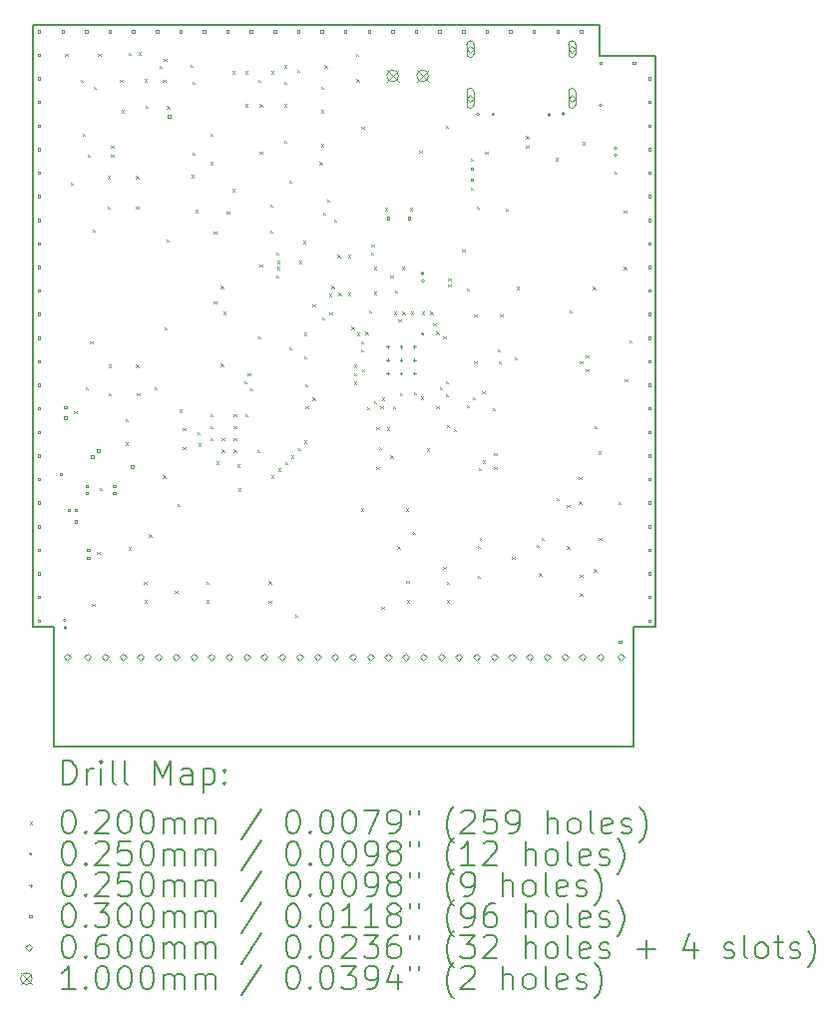
<source format=gbr>
%TF.GenerationSoftware,KiCad,Pcbnew,9.0.3*%
%TF.CreationDate,2025-07-16T19:29:39+02:00*%
%TF.ProjectId,GameboyCartridgeV2.1,47616d65-626f-4794-9361-727472696467,rev?*%
%TF.SameCoordinates,Original*%
%TF.FileFunction,Drillmap*%
%TF.FilePolarity,Positive*%
%FSLAX45Y45*%
G04 Gerber Fmt 4.5, Leading zero omitted, Abs format (unit mm)*
G04 Created by KiCad (PCBNEW 9.0.3) date 2025-07-16 19:29:39*
%MOMM*%
%LPD*%
G01*
G04 APERTURE LIST*
%ADD10C,0.150000*%
%ADD11C,0.200000*%
%ADD12C,0.100000*%
G04 APERTURE END LIST*
D10*
X11338304Y-11341628D02*
X11338304Y-6242596D01*
X16435304Y-12361628D02*
X16435304Y-11341628D01*
X11515304Y-12361628D02*
X16435304Y-12361628D01*
X11338304Y-6242596D02*
X16145304Y-6242596D01*
X16618304Y-6502596D02*
X16145304Y-6502596D01*
X16435304Y-11341628D02*
X16618304Y-11341628D01*
X16618304Y-11341628D02*
X16618304Y-6502596D01*
X16145304Y-6242596D02*
X16145304Y-6502596D01*
X11515304Y-11341628D02*
X11338304Y-11341628D01*
X11515304Y-12361628D02*
X11515304Y-11341628D01*
D11*
D12*
X11610000Y-6480000D02*
X11630000Y-6500000D01*
X11630000Y-6480000D02*
X11610000Y-6500000D01*
X11658945Y-7576413D02*
X11678945Y-7596413D01*
X11678945Y-7576413D02*
X11658945Y-7596413D01*
X11685000Y-9514366D02*
X11705000Y-9534366D01*
X11705000Y-9514366D02*
X11685000Y-9534366D01*
X11740000Y-6700000D02*
X11760000Y-6720000D01*
X11760000Y-6700000D02*
X11740000Y-6720000D01*
X11760000Y-7160000D02*
X11780000Y-7180000D01*
X11780000Y-7160000D02*
X11760000Y-7180000D01*
X11785000Y-9310000D02*
X11805000Y-9330000D01*
X11805000Y-9310000D02*
X11785000Y-9330000D01*
X11800000Y-7340000D02*
X11820000Y-7360000D01*
X11820000Y-7340000D02*
X11800000Y-7360000D01*
X11820000Y-8920000D02*
X11840000Y-8940000D01*
X11840000Y-8920000D02*
X11820000Y-8940000D01*
X11838000Y-11145000D02*
X11858000Y-11165000D01*
X11858000Y-11145000D02*
X11838000Y-11165000D01*
X11840000Y-7970000D02*
X11860000Y-7990000D01*
X11860000Y-7970000D02*
X11840000Y-7990000D01*
X11850000Y-6760000D02*
X11870000Y-6780000D01*
X11870000Y-6760000D02*
X11850000Y-6780000D01*
X11880000Y-10705225D02*
X11900000Y-10725225D01*
X11900000Y-10705225D02*
X11880000Y-10725225D01*
X11890000Y-6480000D02*
X11910000Y-6500000D01*
X11910000Y-6480000D02*
X11890000Y-6500000D01*
X11900000Y-10165000D02*
X11920000Y-10185000D01*
X11920000Y-10165000D02*
X11900000Y-10185000D01*
X11970000Y-7520000D02*
X11990000Y-7540000D01*
X11990000Y-7520000D02*
X11970000Y-7540000D01*
X11970000Y-7780000D02*
X11990000Y-7800000D01*
X11990000Y-7780000D02*
X11970000Y-7800000D01*
X11980000Y-9120000D02*
X12000000Y-9140000D01*
X12000000Y-9120000D02*
X11980000Y-9140000D01*
X11980000Y-9360000D02*
X12000000Y-9380000D01*
X12000000Y-9360000D02*
X11980000Y-9380000D01*
X12000000Y-7260000D02*
X12020000Y-7280000D01*
X12020000Y-7260000D02*
X12000000Y-7280000D01*
X12000000Y-7340000D02*
X12020000Y-7360000D01*
X12020000Y-7340000D02*
X12000000Y-7360000D01*
X12074000Y-6701000D02*
X12094000Y-6721000D01*
X12094000Y-6701000D02*
X12074000Y-6721000D01*
X12090000Y-6960000D02*
X12110000Y-6980000D01*
X12110000Y-6960000D02*
X12090000Y-6980000D01*
X12120000Y-9580000D02*
X12140000Y-9600000D01*
X12140000Y-9580000D02*
X12120000Y-9600000D01*
X12120000Y-9780000D02*
X12140000Y-9800000D01*
X12140000Y-9780000D02*
X12120000Y-9800000D01*
X12149000Y-6472000D02*
X12169000Y-6492000D01*
X12169000Y-6472000D02*
X12149000Y-6492000D01*
X12150000Y-10670000D02*
X12170000Y-10690000D01*
X12170000Y-10670000D02*
X12150000Y-10690000D01*
X12210000Y-7520000D02*
X12230000Y-7540000D01*
X12230000Y-7520000D02*
X12210000Y-7540000D01*
X12210000Y-7780000D02*
X12230000Y-7800000D01*
X12230000Y-7780000D02*
X12210000Y-7800000D01*
X12210000Y-9120000D02*
X12230000Y-9140000D01*
X12230000Y-9120000D02*
X12210000Y-9140000D01*
X12220000Y-9360000D02*
X12240000Y-9380000D01*
X12240000Y-9360000D02*
X12220000Y-9380000D01*
X12230000Y-6469000D02*
X12250000Y-6489000D01*
X12250000Y-6469000D02*
X12230000Y-6489000D01*
X12279000Y-10961000D02*
X12299000Y-10981000D01*
X12299000Y-10961000D02*
X12279000Y-10981000D01*
X12282000Y-11119000D02*
X12302000Y-11139000D01*
X12302000Y-11119000D02*
X12282000Y-11139000D01*
X12283000Y-6698000D02*
X12303000Y-6718000D01*
X12303000Y-6698000D02*
X12283000Y-6718000D01*
X12291250Y-6921250D02*
X12311250Y-6941250D01*
X12311250Y-6921250D02*
X12291250Y-6941250D01*
X12320000Y-10560000D02*
X12340000Y-10580000D01*
X12340000Y-10560000D02*
X12320000Y-10580000D01*
X12370000Y-9310000D02*
X12390000Y-9330000D01*
X12390000Y-9310000D02*
X12370000Y-9330000D01*
X12408837Y-6582020D02*
X12428837Y-6602020D01*
X12428837Y-6582020D02*
X12408837Y-6602020D01*
X12440000Y-6700000D02*
X12460000Y-6720000D01*
X12460000Y-6700000D02*
X12440000Y-6720000D01*
X12440000Y-10060000D02*
X12460000Y-10080000D01*
X12460000Y-10060000D02*
X12440000Y-10080000D01*
X12448000Y-6524000D02*
X12468000Y-6544000D01*
X12468000Y-6524000D02*
X12448000Y-6544000D01*
X12450000Y-8800000D02*
X12470000Y-8820000D01*
X12470000Y-8800000D02*
X12450000Y-8820000D01*
X12470000Y-8060000D02*
X12490000Y-8080000D01*
X12490000Y-8060000D02*
X12470000Y-8080000D01*
X12473611Y-6927772D02*
X12493611Y-6947772D01*
X12493611Y-6927772D02*
X12473611Y-6947772D01*
X12540000Y-11040000D02*
X12560000Y-11060000D01*
X12560000Y-11040000D02*
X12540000Y-11060000D01*
X12560000Y-10300000D02*
X12580000Y-10320000D01*
X12580000Y-10300000D02*
X12560000Y-10320000D01*
X12580000Y-9500000D02*
X12600000Y-9520000D01*
X12600000Y-9500000D02*
X12580000Y-9520000D01*
X12610000Y-9660000D02*
X12630000Y-9680000D01*
X12630000Y-9660000D02*
X12610000Y-9680000D01*
X12610000Y-9820000D02*
X12630000Y-9840000D01*
X12630000Y-9820000D02*
X12610000Y-9840000D01*
X12675026Y-6576218D02*
X12695026Y-6596218D01*
X12695026Y-6576218D02*
X12675026Y-6596218D01*
X12680000Y-7510000D02*
X12700000Y-7530000D01*
X12700000Y-7510000D02*
X12680000Y-7530000D01*
X12690000Y-7320000D02*
X12710000Y-7340000D01*
X12710000Y-7320000D02*
X12690000Y-7340000D01*
X12691000Y-6718000D02*
X12711000Y-6738000D01*
X12711000Y-6718000D02*
X12691000Y-6738000D01*
X12713460Y-7808120D02*
X12733460Y-7828120D01*
X12733460Y-7808120D02*
X12713460Y-7828120D01*
X12730000Y-9690000D02*
X12750000Y-9710000D01*
X12750000Y-9690000D02*
X12730000Y-9710000D01*
X12740000Y-9790000D02*
X12760000Y-9810000D01*
X12760000Y-9790000D02*
X12740000Y-9810000D01*
X12809000Y-10961000D02*
X12829000Y-10981000D01*
X12829000Y-10961000D02*
X12809000Y-10981000D01*
X12810000Y-11119000D02*
X12830000Y-11139000D01*
X12830000Y-11119000D02*
X12810000Y-11139000D01*
X12840000Y-7160000D02*
X12860000Y-7180000D01*
X12860000Y-7160000D02*
X12840000Y-7180000D01*
X12840000Y-7400000D02*
X12860000Y-7420000D01*
X12860000Y-7400000D02*
X12840000Y-7420000D01*
X12840000Y-9540000D02*
X12860000Y-9560000D01*
X12860000Y-9540000D02*
X12840000Y-9560000D01*
X12840000Y-9640000D02*
X12860000Y-9660000D01*
X12860000Y-9640000D02*
X12840000Y-9660000D01*
X12840000Y-9740000D02*
X12860000Y-9760000D01*
X12860000Y-9740000D02*
X12840000Y-9760000D01*
X12870000Y-7990000D02*
X12890000Y-8010000D01*
X12890000Y-7990000D02*
X12870000Y-8010000D01*
X12870000Y-8580000D02*
X12890000Y-8600000D01*
X12890000Y-8580000D02*
X12870000Y-8600000D01*
X12890000Y-9940000D02*
X12910000Y-9960000D01*
X12910000Y-9940000D02*
X12890000Y-9960000D01*
X12930000Y-8450000D02*
X12950000Y-8470000D01*
X12950000Y-8450000D02*
X12930000Y-8470000D01*
X12930000Y-9111250D02*
X12950000Y-9131250D01*
X12950000Y-9111250D02*
X12930000Y-9131250D01*
X12940000Y-9740000D02*
X12960000Y-9760000D01*
X12960000Y-9740000D02*
X12940000Y-9760000D01*
X12940000Y-9840000D02*
X12960000Y-9860000D01*
X12960000Y-9840000D02*
X12940000Y-9860000D01*
X12950000Y-8670000D02*
X12970000Y-8690000D01*
X12970000Y-8670000D02*
X12950000Y-8690000D01*
X12980000Y-7820000D02*
X13000000Y-7840000D01*
X13000000Y-7820000D02*
X12980000Y-7840000D01*
X13030000Y-6630000D02*
X13050000Y-6650000D01*
X13050000Y-6630000D02*
X13030000Y-6650000D01*
X13030000Y-7630000D02*
X13050000Y-7650000D01*
X13050000Y-7630000D02*
X13030000Y-7650000D01*
X13040000Y-9536316D02*
X13060000Y-9556316D01*
X13060000Y-9536316D02*
X13040000Y-9556316D01*
X13040000Y-9640000D02*
X13060000Y-9660000D01*
X13060000Y-9640000D02*
X13040000Y-9660000D01*
X13040000Y-9740000D02*
X13060000Y-9760000D01*
X13060000Y-9740000D02*
X13040000Y-9760000D01*
X13040000Y-9840000D02*
X13060000Y-9860000D01*
X13060000Y-9840000D02*
X13040000Y-9860000D01*
X13070000Y-9967500D02*
X13090000Y-9987500D01*
X13090000Y-9967500D02*
X13070000Y-9987500D01*
X13080000Y-10170000D02*
X13100000Y-10190000D01*
X13100000Y-10170000D02*
X13080000Y-10190000D01*
X13130000Y-9260000D02*
X13150000Y-9280000D01*
X13150000Y-9260000D02*
X13130000Y-9280000D01*
X13140000Y-6630000D02*
X13160000Y-6650000D01*
X13160000Y-6630000D02*
X13140000Y-6650000D01*
X13140000Y-6910000D02*
X13160000Y-6930000D01*
X13160000Y-6910000D02*
X13140000Y-6930000D01*
X13140000Y-9540000D02*
X13160000Y-9560000D01*
X13160000Y-9540000D02*
X13140000Y-9560000D01*
X13160000Y-9191250D02*
X13180000Y-9211250D01*
X13180000Y-9191250D02*
X13160000Y-9211250D01*
X13180000Y-9320000D02*
X13200000Y-9340000D01*
X13200000Y-9320000D02*
X13180000Y-9340000D01*
X13241147Y-9842500D02*
X13261147Y-9862500D01*
X13261147Y-9842500D02*
X13241147Y-9862500D01*
X13247500Y-8880000D02*
X13267500Y-8900000D01*
X13267500Y-8880000D02*
X13247500Y-8900000D01*
X13250000Y-6700000D02*
X13270000Y-6720000D01*
X13270000Y-6700000D02*
X13250000Y-6720000D01*
X13260000Y-6910000D02*
X13280000Y-6930000D01*
X13280000Y-6910000D02*
X13260000Y-6930000D01*
X13260000Y-7310000D02*
X13280000Y-7330000D01*
X13280000Y-7310000D02*
X13260000Y-7330000D01*
X13260000Y-8270000D02*
X13280000Y-8290000D01*
X13280000Y-8270000D02*
X13260000Y-8290000D01*
X13337000Y-10956000D02*
X13357000Y-10976000D01*
X13357000Y-10956000D02*
X13337000Y-10976000D01*
X13337000Y-11120000D02*
X13357000Y-11140000D01*
X13357000Y-11120000D02*
X13337000Y-11140000D01*
X13350000Y-7760000D02*
X13370000Y-7780000D01*
X13370000Y-7760000D02*
X13350000Y-7780000D01*
X13350000Y-7980000D02*
X13370000Y-8000000D01*
X13370000Y-7980000D02*
X13350000Y-8000000D01*
X13359127Y-10059127D02*
X13379127Y-10079127D01*
X13379127Y-10059127D02*
X13359127Y-10079127D01*
X13360000Y-6630000D02*
X13380000Y-6650000D01*
X13380000Y-6630000D02*
X13360000Y-6650000D01*
X13400000Y-8170000D02*
X13420000Y-8190000D01*
X13420000Y-8170000D02*
X13400000Y-8190000D01*
X13400000Y-8360000D02*
X13420000Y-8380000D01*
X13420000Y-8360000D02*
X13400000Y-8380000D01*
X13410000Y-8240000D02*
X13430000Y-8260000D01*
X13430000Y-8240000D02*
X13410000Y-8260000D01*
X13410000Y-8290000D02*
X13430000Y-8310000D01*
X13430000Y-8290000D02*
X13410000Y-8310000D01*
X13419127Y-9999127D02*
X13439127Y-10019127D01*
X13439127Y-9999127D02*
X13419127Y-10019127D01*
X13470000Y-6580000D02*
X13490000Y-6600000D01*
X13490000Y-6580000D02*
X13470000Y-6600000D01*
X13470000Y-6720000D02*
X13490000Y-6740000D01*
X13490000Y-6720000D02*
X13470000Y-6740000D01*
X13470000Y-6910000D02*
X13490000Y-6930000D01*
X13490000Y-6910000D02*
X13470000Y-6930000D01*
X13470000Y-7220000D02*
X13490000Y-7240000D01*
X13490000Y-7220000D02*
X13470000Y-7240000D01*
X13474127Y-9944127D02*
X13494127Y-9964127D01*
X13494127Y-9944127D02*
X13474127Y-9964127D01*
X13510000Y-7560000D02*
X13530000Y-7580000D01*
X13530000Y-7560000D02*
X13510000Y-7580000D01*
X13510000Y-8970000D02*
X13530000Y-8990000D01*
X13530000Y-8970000D02*
X13510000Y-8990000D01*
X13529127Y-9889127D02*
X13549127Y-9909127D01*
X13549127Y-9889127D02*
X13529127Y-9909127D01*
X13560000Y-11240000D02*
X13580000Y-11260000D01*
X13580000Y-11240000D02*
X13560000Y-11260000D01*
X13580000Y-6620000D02*
X13600000Y-6640000D01*
X13600000Y-6620000D02*
X13580000Y-6640000D01*
X13589127Y-9829127D02*
X13609127Y-9849127D01*
X13609127Y-9829127D02*
X13589127Y-9849127D01*
X13597500Y-8240000D02*
X13617500Y-8260000D01*
X13617500Y-8240000D02*
X13597500Y-8260000D01*
X13630000Y-8070000D02*
X13650000Y-8090000D01*
X13650000Y-8070000D02*
X13630000Y-8090000D01*
X13636957Y-9763479D02*
X13656957Y-9783479D01*
X13656957Y-9763479D02*
X13636957Y-9783479D01*
X13640000Y-8850000D02*
X13660000Y-8870000D01*
X13660000Y-8850000D02*
X13640000Y-8870000D01*
X13640000Y-9050000D02*
X13660000Y-9070000D01*
X13660000Y-9050000D02*
X13640000Y-9070000D01*
X13647123Y-9287123D02*
X13667123Y-9307123D01*
X13667123Y-9287123D02*
X13647123Y-9307123D01*
X13650000Y-9470000D02*
X13670000Y-9490000D01*
X13670000Y-9470000D02*
X13650000Y-9490000D01*
X13710000Y-8610000D02*
X13730000Y-8630000D01*
X13730000Y-8610000D02*
X13710000Y-8630000D01*
X13710000Y-9400000D02*
X13730000Y-9420000D01*
X13730000Y-9400000D02*
X13710000Y-9420000D01*
X13770000Y-7400000D02*
X13790000Y-7420000D01*
X13790000Y-7400000D02*
X13770000Y-7420000D01*
X13780000Y-6760000D02*
X13800000Y-6780000D01*
X13800000Y-6760000D02*
X13780000Y-6780000D01*
X13780000Y-6960000D02*
X13800000Y-6980000D01*
X13800000Y-6960000D02*
X13780000Y-6980000D01*
X13780000Y-7250000D02*
X13800000Y-7270000D01*
X13800000Y-7250000D02*
X13780000Y-7270000D01*
X13790000Y-8717500D02*
X13810000Y-8737500D01*
X13810000Y-8717500D02*
X13790000Y-8737500D01*
X13800000Y-7830000D02*
X13820000Y-7850000D01*
X13820000Y-7830000D02*
X13800000Y-7850000D01*
X13810000Y-6580000D02*
X13830000Y-6600000D01*
X13830000Y-6580000D02*
X13810000Y-6600000D01*
X13830000Y-7720000D02*
X13850000Y-7740000D01*
X13850000Y-7720000D02*
X13830000Y-7740000D01*
X13850000Y-8520000D02*
X13870000Y-8540000D01*
X13870000Y-8520000D02*
X13850000Y-8540000D01*
X13854488Y-8675138D02*
X13874488Y-8695138D01*
X13874488Y-8675138D02*
X13854488Y-8695138D01*
X13870000Y-8450000D02*
X13890000Y-8470000D01*
X13890000Y-8450000D02*
X13870000Y-8470000D01*
X13890000Y-7890000D02*
X13910000Y-7910000D01*
X13910000Y-7890000D02*
X13890000Y-7910000D01*
X13920000Y-8187500D02*
X13940000Y-8207500D01*
X13940000Y-8187500D02*
X13920000Y-8207500D01*
X13930000Y-8510000D02*
X13950000Y-8530000D01*
X13950000Y-8510000D02*
X13930000Y-8530000D01*
X14010000Y-8187500D02*
X14030000Y-8207500D01*
X14030000Y-8187500D02*
X14010000Y-8207500D01*
X14010000Y-8510000D02*
X14030000Y-8530000D01*
X14030000Y-8510000D02*
X14010000Y-8530000D01*
X14039779Y-8797500D02*
X14059779Y-8817500D01*
X14059779Y-8797500D02*
X14039779Y-8817500D01*
X14060000Y-9120000D02*
X14080000Y-9140000D01*
X14080000Y-9120000D02*
X14060000Y-9140000D01*
X14061597Y-9264813D02*
X14081597Y-9284813D01*
X14081597Y-9264813D02*
X14061597Y-9284813D01*
X14062123Y-9192123D02*
X14082123Y-9212123D01*
X14082123Y-9192123D02*
X14062123Y-9212123D01*
X14080000Y-6480000D02*
X14100000Y-6500000D01*
X14100000Y-6480000D02*
X14080000Y-6500000D01*
X14081000Y-6697000D02*
X14101000Y-6717000D01*
X14101000Y-6697000D02*
X14081000Y-6717000D01*
X14087810Y-8848423D02*
X14107810Y-8868423D01*
X14107810Y-8848423D02*
X14087810Y-8868423D01*
X14120000Y-8920000D02*
X14140000Y-8940000D01*
X14140000Y-8920000D02*
X14120000Y-8940000D01*
X14120000Y-8990000D02*
X14140000Y-9010000D01*
X14140000Y-8990000D02*
X14120000Y-9010000D01*
X14120000Y-10340000D02*
X14140000Y-10360000D01*
X14140000Y-10340000D02*
X14120000Y-10360000D01*
X14125000Y-7100000D02*
X14145000Y-7120000D01*
X14145000Y-7100000D02*
X14125000Y-7120000D01*
X14130000Y-9155998D02*
X14150000Y-9175998D01*
X14150000Y-9155998D02*
X14130000Y-9175998D01*
X14157301Y-8840000D02*
X14177301Y-8860000D01*
X14177301Y-8840000D02*
X14157301Y-8860000D01*
X14170727Y-9477808D02*
X14190727Y-9497808D01*
X14190727Y-9477808D02*
X14170727Y-9497808D01*
X14190000Y-8660000D02*
X14210000Y-8680000D01*
X14210000Y-8660000D02*
X14190000Y-8680000D01*
X14202500Y-8170000D02*
X14222500Y-8190000D01*
X14222500Y-8170000D02*
X14202500Y-8190000D01*
X14210000Y-8100000D02*
X14230000Y-8120000D01*
X14230000Y-8100000D02*
X14210000Y-8120000D01*
X14230000Y-8290000D02*
X14250000Y-8310000D01*
X14250000Y-8290000D02*
X14230000Y-8310000D01*
X14230000Y-8502500D02*
X14250000Y-8522500D01*
X14250000Y-8502500D02*
X14230000Y-8522500D01*
X14230000Y-9430000D02*
X14250000Y-9450000D01*
X14250000Y-9430000D02*
X14230000Y-9450000D01*
X14250000Y-9650000D02*
X14270000Y-9670000D01*
X14270000Y-9650000D02*
X14250000Y-9670000D01*
X14250000Y-9990000D02*
X14270000Y-10010000D01*
X14270000Y-9990000D02*
X14250000Y-10010000D01*
X14270000Y-9820000D02*
X14290000Y-9840000D01*
X14290000Y-9820000D02*
X14270000Y-9840000D01*
X14285816Y-9472245D02*
X14305816Y-9492245D01*
X14305816Y-9472245D02*
X14285816Y-9492245D01*
X14294000Y-11173000D02*
X14314000Y-11193000D01*
X14314000Y-11173000D02*
X14294000Y-11193000D01*
X14300000Y-9400000D02*
X14320000Y-9420000D01*
X14320000Y-9400000D02*
X14300000Y-9420000D01*
X14325000Y-7790000D02*
X14345000Y-7810000D01*
X14345000Y-7790000D02*
X14325000Y-7810000D01*
X14337850Y-9652218D02*
X14357850Y-9672218D01*
X14357850Y-9652218D02*
X14337850Y-9672218D01*
X14370000Y-8360000D02*
X14390000Y-8380000D01*
X14390000Y-8360000D02*
X14370000Y-8380000D01*
X14370000Y-9890000D02*
X14390000Y-9910000D01*
X14390000Y-9890000D02*
X14370000Y-9910000D01*
X14390000Y-9470000D02*
X14410000Y-9490000D01*
X14410000Y-9470000D02*
X14390000Y-9490000D01*
X14400000Y-8670000D02*
X14420000Y-8690000D01*
X14420000Y-8670000D02*
X14400000Y-8690000D01*
X14410000Y-8490000D02*
X14430000Y-8510000D01*
X14430000Y-8490000D02*
X14410000Y-8510000D01*
X14430000Y-10660000D02*
X14450000Y-10680000D01*
X14450000Y-10660000D02*
X14430000Y-10680000D01*
X14437958Y-8734463D02*
X14457958Y-8754463D01*
X14457958Y-8734463D02*
X14437958Y-8754463D01*
X14450000Y-9360000D02*
X14470000Y-9380000D01*
X14470000Y-9360000D02*
X14450000Y-9380000D01*
X14470000Y-8290000D02*
X14490000Y-8310000D01*
X14490000Y-8290000D02*
X14470000Y-8310000D01*
X14472039Y-8671561D02*
X14492039Y-8691561D01*
X14492039Y-8671561D02*
X14472039Y-8691561D01*
X14500000Y-10340000D02*
X14520000Y-10360000D01*
X14520000Y-10340000D02*
X14500000Y-10360000D01*
X14506000Y-10953000D02*
X14526000Y-10973000D01*
X14526000Y-10953000D02*
X14506000Y-10973000D01*
X14508000Y-11118000D02*
X14528000Y-11138000D01*
X14528000Y-11118000D02*
X14508000Y-11138000D01*
X14532443Y-7789833D02*
X14552443Y-7809833D01*
X14552443Y-7789833D02*
X14532443Y-7809833D01*
X14542021Y-8669954D02*
X14562021Y-8689954D01*
X14562021Y-8669954D02*
X14542021Y-8689954D01*
X14560000Y-10540000D02*
X14580000Y-10560000D01*
X14580000Y-10540000D02*
X14560000Y-10560000D01*
X14570000Y-9352500D02*
X14590000Y-9372500D01*
X14590000Y-9352500D02*
X14570000Y-9372500D01*
X14615000Y-7305000D02*
X14635000Y-7325000D01*
X14635000Y-7305000D02*
X14615000Y-7325000D01*
X14630000Y-9390000D02*
X14650000Y-9410000D01*
X14650000Y-9390000D02*
X14630000Y-9410000D01*
X14634612Y-8670000D02*
X14654612Y-8690000D01*
X14654612Y-8670000D02*
X14634612Y-8690000D01*
X14680000Y-9830000D02*
X14700000Y-9850000D01*
X14700000Y-9830000D02*
X14680000Y-9850000D01*
X14710000Y-8670000D02*
X14730000Y-8690000D01*
X14730000Y-8670000D02*
X14710000Y-8690000D01*
X14733796Y-8769726D02*
X14753796Y-8789726D01*
X14753796Y-8769726D02*
X14733796Y-8789726D01*
X14760000Y-8840000D02*
X14780000Y-8860000D01*
X14780000Y-8840000D02*
X14760000Y-8860000D01*
X14760000Y-9470000D02*
X14780000Y-9490000D01*
X14780000Y-9470000D02*
X14760000Y-9490000D01*
X14790000Y-9310000D02*
X14810000Y-9330000D01*
X14810000Y-9310000D02*
X14790000Y-9330000D01*
X14819000Y-10832000D02*
X14839000Y-10852000D01*
X14839000Y-10832000D02*
X14819000Y-10852000D01*
X14820000Y-8880000D02*
X14840000Y-8900000D01*
X14840000Y-8880000D02*
X14820000Y-8900000D01*
X14840000Y-9260000D02*
X14860000Y-9280000D01*
X14860000Y-9260000D02*
X14840000Y-9280000D01*
X14840000Y-9370000D02*
X14860000Y-9390000D01*
X14860000Y-9370000D02*
X14840000Y-9390000D01*
X14842500Y-7090000D02*
X14862500Y-7110000D01*
X14862500Y-7090000D02*
X14842500Y-7110000D01*
X14847000Y-10961000D02*
X14867000Y-10981000D01*
X14867000Y-10961000D02*
X14847000Y-10981000D01*
X14849000Y-11119000D02*
X14869000Y-11139000D01*
X14869000Y-11119000D02*
X14849000Y-11139000D01*
X14849562Y-9630438D02*
X14869562Y-9650438D01*
X14869562Y-9630438D02*
X14849562Y-9650438D01*
X14860000Y-8390000D02*
X14880000Y-8410000D01*
X14880000Y-8390000D02*
X14860000Y-8410000D01*
X14860000Y-8440000D02*
X14880000Y-8460000D01*
X14880000Y-8440000D02*
X14860000Y-8460000D01*
X14909954Y-9665834D02*
X14929954Y-9685834D01*
X14929954Y-9665834D02*
X14909954Y-9685834D01*
X14980000Y-8140000D02*
X15000000Y-8160000D01*
X15000000Y-8140000D02*
X14980000Y-8160000D01*
X15017500Y-9462500D02*
X15037500Y-9482500D01*
X15037500Y-9462500D02*
X15017500Y-9482500D01*
X15020000Y-8470000D02*
X15040000Y-8490000D01*
X15040000Y-8470000D02*
X15020000Y-8490000D01*
X15050000Y-7372750D02*
X15070000Y-7392750D01*
X15070000Y-7372750D02*
X15050000Y-7392750D01*
X15050000Y-7617250D02*
X15070000Y-7637250D01*
X15070000Y-7617250D02*
X15050000Y-7637250D01*
X15070000Y-9397500D02*
X15090000Y-9417500D01*
X15090000Y-9397500D02*
X15070000Y-9417500D01*
X15080000Y-8690000D02*
X15100000Y-8710000D01*
X15100000Y-8690000D02*
X15080000Y-8710000D01*
X15080000Y-9090000D02*
X15100000Y-9110000D01*
X15100000Y-9090000D02*
X15080000Y-9110000D01*
X15103000Y-7777000D02*
X15123000Y-7797000D01*
X15123000Y-7777000D02*
X15103000Y-7797000D01*
X15110000Y-10657082D02*
X15130000Y-10677082D01*
X15130000Y-10657082D02*
X15110000Y-10677082D01*
X15110000Y-10910000D02*
X15130000Y-10930000D01*
X15130000Y-10910000D02*
X15110000Y-10930000D01*
X15120000Y-9996016D02*
X15140000Y-10016016D01*
X15140000Y-9996016D02*
X15120000Y-10016016D01*
X15130000Y-10590000D02*
X15150000Y-10610000D01*
X15150000Y-10590000D02*
X15130000Y-10610000D01*
X15150000Y-9342500D02*
X15170000Y-9362500D01*
X15170000Y-9342500D02*
X15150000Y-9362500D01*
X15152123Y-9932123D02*
X15172123Y-9952123D01*
X15172123Y-9932123D02*
X15152123Y-9952123D01*
X15175000Y-7310000D02*
X15195000Y-7330000D01*
X15195000Y-7310000D02*
X15175000Y-7330000D01*
X15240000Y-9490000D02*
X15260000Y-9510000D01*
X15260000Y-9490000D02*
X15240000Y-9510000D01*
X15250000Y-9870000D02*
X15270000Y-9890000D01*
X15270000Y-9870000D02*
X15250000Y-9890000D01*
X15250000Y-9990000D02*
X15270000Y-10010000D01*
X15270000Y-9990000D02*
X15250000Y-10010000D01*
X15280000Y-8990000D02*
X15300000Y-9010000D01*
X15300000Y-8990000D02*
X15280000Y-9010000D01*
X15290000Y-9090000D02*
X15310000Y-9110000D01*
X15310000Y-9090000D02*
X15290000Y-9110000D01*
X15300000Y-8690000D02*
X15320000Y-8710000D01*
X15320000Y-8690000D02*
X15300000Y-8710000D01*
X15347500Y-7795000D02*
X15367500Y-7815000D01*
X15367500Y-7795000D02*
X15347500Y-7815000D01*
X15403000Y-10748000D02*
X15423000Y-10768000D01*
X15423000Y-10748000D02*
X15403000Y-10768000D01*
X15424000Y-9056000D02*
X15444000Y-9076000D01*
X15444000Y-9056000D02*
X15424000Y-9076000D01*
X15440000Y-8460000D02*
X15460000Y-8480000D01*
X15460000Y-8460000D02*
X15440000Y-8480000D01*
X15520000Y-7180000D02*
X15540000Y-7200000D01*
X15540000Y-7180000D02*
X15520000Y-7200000D01*
X15520000Y-7260000D02*
X15540000Y-7280000D01*
X15540000Y-7260000D02*
X15520000Y-7280000D01*
X15608000Y-10646000D02*
X15628000Y-10666000D01*
X15628000Y-10646000D02*
X15608000Y-10666000D01*
X15630000Y-10890000D02*
X15650000Y-10910000D01*
X15650000Y-10890000D02*
X15630000Y-10910000D01*
X15650000Y-10590000D02*
X15670000Y-10610000D01*
X15670000Y-10590000D02*
X15650000Y-10610000D01*
X15772500Y-7367500D02*
X15792500Y-7387500D01*
X15792500Y-7367500D02*
X15772500Y-7387500D01*
X15780000Y-10250000D02*
X15800000Y-10270000D01*
X15800000Y-10250000D02*
X15780000Y-10270000D01*
X15870000Y-10310000D02*
X15890000Y-10330000D01*
X15890000Y-10310000D02*
X15870000Y-10330000D01*
X15870000Y-10660000D02*
X15890000Y-10680000D01*
X15890000Y-10660000D02*
X15870000Y-10680000D01*
X15890000Y-8660000D02*
X15910000Y-8680000D01*
X15910000Y-8660000D02*
X15890000Y-8680000D01*
X15970000Y-10070000D02*
X15990000Y-10090000D01*
X15990000Y-10070000D02*
X15970000Y-10090000D01*
X15970000Y-10280000D02*
X15990000Y-10300000D01*
X15990000Y-10280000D02*
X15970000Y-10300000D01*
X15980000Y-9090000D02*
X16000000Y-9110000D01*
X16000000Y-9090000D02*
X15980000Y-9110000D01*
X15980000Y-10900000D02*
X16000000Y-10920000D01*
X16000000Y-10900000D02*
X15980000Y-10920000D01*
X15980000Y-11060000D02*
X16000000Y-11080000D01*
X16000000Y-11060000D02*
X15980000Y-11080000D01*
X15999000Y-7233000D02*
X16019000Y-7253000D01*
X16019000Y-7233000D02*
X15999000Y-7253000D01*
X16030000Y-9040000D02*
X16050000Y-9060000D01*
X16050000Y-9040000D02*
X16030000Y-9060000D01*
X16030000Y-9160000D02*
X16050000Y-9180000D01*
X16050000Y-9160000D02*
X16030000Y-9180000D01*
X16090000Y-8460000D02*
X16110000Y-8480000D01*
X16110000Y-8460000D02*
X16090000Y-8480000D01*
X16098000Y-10855000D02*
X16118000Y-10875000D01*
X16118000Y-10855000D02*
X16098000Y-10875000D01*
X16100000Y-9640000D02*
X16120000Y-9660000D01*
X16120000Y-9640000D02*
X16100000Y-9660000D01*
X16133738Y-9855775D02*
X16153738Y-9875775D01*
X16153738Y-9855775D02*
X16133738Y-9875775D01*
X16139000Y-10588000D02*
X16159000Y-10608000D01*
X16159000Y-10588000D02*
X16139000Y-10608000D01*
X16270000Y-7480000D02*
X16290000Y-7500000D01*
X16290000Y-7480000D02*
X16270000Y-7500000D01*
X16306000Y-10286000D02*
X16326000Y-10306000D01*
X16326000Y-10286000D02*
X16306000Y-10306000D01*
X16350000Y-7810000D02*
X16370000Y-7830000D01*
X16370000Y-7810000D02*
X16350000Y-7830000D01*
X16350000Y-8289000D02*
X16370000Y-8309000D01*
X16370000Y-8289000D02*
X16350000Y-8309000D01*
X16360000Y-9240000D02*
X16380000Y-9260000D01*
X16380000Y-9240000D02*
X16360000Y-9260000D01*
X16400000Y-8910000D02*
X16420000Y-8930000D01*
X16420000Y-8910000D02*
X16400000Y-8930000D01*
X11622500Y-11290000D02*
G75*
G02*
X11597500Y-11290000I-12500J0D01*
G01*
X11597500Y-11290000D02*
G75*
G02*
X11622500Y-11290000I12500J0D01*
G01*
X11622500Y-11350000D02*
G75*
G02*
X11597500Y-11350000I-12500J0D01*
G01*
X11597500Y-11350000D02*
G75*
G02*
X11622500Y-11350000I12500J0D01*
G01*
X14655000Y-8350000D02*
G75*
G02*
X14630000Y-8350000I-12500J0D01*
G01*
X14630000Y-8350000D02*
G75*
G02*
X14655000Y-8350000I12500J0D01*
G01*
X14656146Y-8860000D02*
G75*
G02*
X14631146Y-8860000I-12500J0D01*
G01*
X14631146Y-8860000D02*
G75*
G02*
X14656146Y-8860000I12500J0D01*
G01*
X14657112Y-8410000D02*
G75*
G02*
X14632112Y-8410000I-12500J0D01*
G01*
X14632112Y-8410000D02*
G75*
G02*
X14657112Y-8410000I12500J0D01*
G01*
X15127500Y-6995000D02*
G75*
G02*
X15102500Y-6995000I-12500J0D01*
G01*
X15102500Y-6995000D02*
G75*
G02*
X15127500Y-6995000I12500J0D01*
G01*
X15252500Y-7000000D02*
G75*
G02*
X15227500Y-7000000I-12500J0D01*
G01*
X15227500Y-7000000D02*
G75*
G02*
X15252500Y-7000000I12500J0D01*
G01*
X15732500Y-7000000D02*
G75*
G02*
X15707500Y-7000000I-12500J0D01*
G01*
X15707500Y-7000000D02*
G75*
G02*
X15732500Y-7000000I12500J0D01*
G01*
X15850000Y-6992500D02*
G75*
G02*
X15825000Y-6992500I-12500J0D01*
G01*
X15825000Y-6992500D02*
G75*
G02*
X15850000Y-6992500I12500J0D01*
G01*
X16162500Y-6920000D02*
G75*
G02*
X16137500Y-6920000I-12500J0D01*
G01*
X16137500Y-6920000D02*
G75*
G02*
X16162500Y-6920000I12500J0D01*
G01*
X16292500Y-7285000D02*
G75*
G02*
X16267500Y-7285000I-12500J0D01*
G01*
X16267500Y-7285000D02*
G75*
G02*
X16292500Y-7285000I12500J0D01*
G01*
X16292500Y-7345000D02*
G75*
G02*
X16267500Y-7345000I-12500J0D01*
G01*
X16267500Y-7345000D02*
G75*
G02*
X16292500Y-7345000I12500J0D01*
G01*
X14347017Y-8954167D02*
X14347017Y-8979167D01*
X14334517Y-8966667D02*
X14359517Y-8966667D01*
X14347017Y-9067500D02*
X14347017Y-9092500D01*
X14334517Y-9080000D02*
X14359517Y-9080000D01*
X14347017Y-9180833D02*
X14347017Y-9205833D01*
X14334517Y-9193333D02*
X14359517Y-9193333D01*
X14460350Y-8954167D02*
X14460350Y-8979167D01*
X14447850Y-8966667D02*
X14472850Y-8966667D01*
X14460350Y-9067500D02*
X14460350Y-9092500D01*
X14447850Y-9080000D02*
X14472850Y-9080000D01*
X14460350Y-9180833D02*
X14460350Y-9205833D01*
X14447850Y-9193333D02*
X14472850Y-9193333D01*
X14573683Y-8954167D02*
X14573683Y-8979167D01*
X14561183Y-8966667D02*
X14586183Y-8966667D01*
X14573683Y-9067500D02*
X14573683Y-9092500D01*
X14561183Y-9080000D02*
X14586183Y-9080000D01*
X14573683Y-9180833D02*
X14573683Y-9205833D01*
X14561183Y-9193333D02*
X14586183Y-9193333D01*
X11398910Y-6302235D02*
X11398910Y-6281022D01*
X11377697Y-6281022D01*
X11377697Y-6302235D01*
X11398910Y-6302235D01*
X11398910Y-6502235D02*
X11398910Y-6481022D01*
X11377697Y-6481022D01*
X11377697Y-6502235D01*
X11398910Y-6502235D01*
X11398910Y-6702235D02*
X11398910Y-6681022D01*
X11377697Y-6681022D01*
X11377697Y-6702235D01*
X11398910Y-6702235D01*
X11398910Y-6902235D02*
X11398910Y-6881022D01*
X11377697Y-6881022D01*
X11377697Y-6902235D01*
X11398910Y-6902235D01*
X11398910Y-7102235D02*
X11398910Y-7081022D01*
X11377697Y-7081022D01*
X11377697Y-7102235D01*
X11398910Y-7102235D01*
X11398910Y-7302235D02*
X11398910Y-7281022D01*
X11377697Y-7281022D01*
X11377697Y-7302235D01*
X11398910Y-7302235D01*
X11398910Y-7502235D02*
X11398910Y-7481022D01*
X11377697Y-7481022D01*
X11377697Y-7502235D01*
X11398910Y-7502235D01*
X11398910Y-7702235D02*
X11398910Y-7681022D01*
X11377697Y-7681022D01*
X11377697Y-7702235D01*
X11398910Y-7702235D01*
X11398910Y-7902235D02*
X11398910Y-7881022D01*
X11377697Y-7881022D01*
X11377697Y-7902235D01*
X11398910Y-7902235D01*
X11398910Y-8102235D02*
X11398910Y-8081022D01*
X11377697Y-8081022D01*
X11377697Y-8102235D01*
X11398910Y-8102235D01*
X11398910Y-8302235D02*
X11398910Y-8281022D01*
X11377697Y-8281022D01*
X11377697Y-8302235D01*
X11398910Y-8302235D01*
X11398910Y-8502235D02*
X11398910Y-8481022D01*
X11377697Y-8481022D01*
X11377697Y-8502235D01*
X11398910Y-8502235D01*
X11398910Y-8702235D02*
X11398910Y-8681022D01*
X11377697Y-8681022D01*
X11377697Y-8702235D01*
X11398910Y-8702235D01*
X11398910Y-8902235D02*
X11398910Y-8881022D01*
X11377697Y-8881022D01*
X11377697Y-8902235D01*
X11398910Y-8902235D01*
X11398910Y-9102235D02*
X11398910Y-9081022D01*
X11377697Y-9081022D01*
X11377697Y-9102235D01*
X11398910Y-9102235D01*
X11398910Y-9302235D02*
X11398910Y-9281022D01*
X11377697Y-9281022D01*
X11377697Y-9302235D01*
X11398910Y-9302235D01*
X11398910Y-9502235D02*
X11398910Y-9481022D01*
X11377697Y-9481022D01*
X11377697Y-9502235D01*
X11398910Y-9502235D01*
X11398910Y-9702235D02*
X11398910Y-9681022D01*
X11377697Y-9681022D01*
X11377697Y-9702235D01*
X11398910Y-9702235D01*
X11398910Y-9902235D02*
X11398910Y-9881022D01*
X11377697Y-9881022D01*
X11377697Y-9902235D01*
X11398910Y-9902235D01*
X11398910Y-10102235D02*
X11398910Y-10081022D01*
X11377697Y-10081022D01*
X11377697Y-10102235D01*
X11398910Y-10102235D01*
X11398910Y-10302235D02*
X11398910Y-10281022D01*
X11377697Y-10281022D01*
X11377697Y-10302235D01*
X11398910Y-10302235D01*
X11398910Y-10502235D02*
X11398910Y-10481022D01*
X11377697Y-10481022D01*
X11377697Y-10502235D01*
X11398910Y-10502235D01*
X11398910Y-10702235D02*
X11398910Y-10681022D01*
X11377697Y-10681022D01*
X11377697Y-10702235D01*
X11398910Y-10702235D01*
X11398910Y-10902235D02*
X11398910Y-10881022D01*
X11377697Y-10881022D01*
X11377697Y-10902235D01*
X11398910Y-10902235D01*
X11398910Y-11102235D02*
X11398910Y-11081022D01*
X11377697Y-11081022D01*
X11377697Y-11102235D01*
X11398910Y-11102235D01*
X11398910Y-11302235D02*
X11398910Y-11281022D01*
X11377697Y-11281022D01*
X11377697Y-11302235D01*
X11398910Y-11302235D01*
X11585607Y-10060607D02*
X11585607Y-10039393D01*
X11564393Y-10039393D01*
X11564393Y-10060607D01*
X11585607Y-10060607D01*
X11598910Y-6302235D02*
X11598910Y-6281022D01*
X11577697Y-6281022D01*
X11577697Y-6302235D01*
X11598910Y-6302235D01*
X11620607Y-9490607D02*
X11620607Y-9469393D01*
X11599393Y-9469393D01*
X11599393Y-9490607D01*
X11620607Y-9490607D01*
X11620607Y-9580607D02*
X11620607Y-9559393D01*
X11599393Y-9559393D01*
X11599393Y-9580607D01*
X11620607Y-9580607D01*
X11650607Y-10365607D02*
X11650607Y-10344393D01*
X11629393Y-10344393D01*
X11629393Y-10365607D01*
X11650607Y-10365607D01*
X11710607Y-10365607D02*
X11710607Y-10344393D01*
X11689393Y-10344393D01*
X11689393Y-10365607D01*
X11710607Y-10365607D01*
X11710607Y-10460607D02*
X11710607Y-10439393D01*
X11689393Y-10439393D01*
X11689393Y-10460607D01*
X11710607Y-10460607D01*
X11798910Y-6302235D02*
X11798910Y-6281022D01*
X11777697Y-6281022D01*
X11777697Y-6302235D01*
X11798910Y-6302235D01*
X11805607Y-10160607D02*
X11805607Y-10139393D01*
X11784393Y-10139393D01*
X11784393Y-10160607D01*
X11805607Y-10160607D01*
X11805607Y-10220607D02*
X11805607Y-10199393D01*
X11784393Y-10199393D01*
X11784393Y-10220607D01*
X11805607Y-10220607D01*
X11815607Y-10700607D02*
X11815607Y-10679393D01*
X11794393Y-10679393D01*
X11794393Y-10700607D01*
X11815607Y-10700607D01*
X11815607Y-10770607D02*
X11815607Y-10749393D01*
X11794393Y-10749393D01*
X11794393Y-10770607D01*
X11815607Y-10770607D01*
X11850607Y-9910607D02*
X11850607Y-9889393D01*
X11829393Y-9889393D01*
X11829393Y-9910607D01*
X11850607Y-9910607D01*
X11900607Y-9860607D02*
X11900607Y-9839393D01*
X11879393Y-9839393D01*
X11879393Y-9860607D01*
X11900607Y-9860607D01*
X11998910Y-6302235D02*
X11998910Y-6281022D01*
X11977697Y-6281022D01*
X11977697Y-6302235D01*
X11998910Y-6302235D01*
X12035607Y-10160607D02*
X12035607Y-10139393D01*
X12014393Y-10139393D01*
X12014393Y-10160607D01*
X12035607Y-10160607D01*
X12035607Y-10220607D02*
X12035607Y-10199393D01*
X12014393Y-10199393D01*
X12014393Y-10220607D01*
X12035607Y-10220607D01*
X12190607Y-9995607D02*
X12190607Y-9974393D01*
X12169393Y-9974393D01*
X12169393Y-9995607D01*
X12190607Y-9995607D01*
X12198910Y-6302235D02*
X12198910Y-6281022D01*
X12177697Y-6281022D01*
X12177697Y-6302235D01*
X12198910Y-6302235D01*
X12398910Y-6302235D02*
X12398910Y-6281022D01*
X12377697Y-6281022D01*
X12377697Y-6302235D01*
X12398910Y-6302235D01*
X12500607Y-7023107D02*
X12500607Y-7001893D01*
X12479393Y-7001893D01*
X12479393Y-7023107D01*
X12500607Y-7023107D01*
X12598910Y-6302235D02*
X12598910Y-6281022D01*
X12577697Y-6281022D01*
X12577697Y-6302235D01*
X12598910Y-6302235D01*
X12798910Y-6302235D02*
X12798910Y-6281022D01*
X12777697Y-6281022D01*
X12777697Y-6302235D01*
X12798910Y-6302235D01*
X12998910Y-6302235D02*
X12998910Y-6281022D01*
X12977697Y-6281022D01*
X12977697Y-6302235D01*
X12998910Y-6302235D01*
X13198910Y-6302235D02*
X13198910Y-6281022D01*
X13177697Y-6281022D01*
X13177697Y-6302235D01*
X13198910Y-6302235D01*
X13398910Y-6302235D02*
X13398910Y-6281022D01*
X13377697Y-6281022D01*
X13377697Y-6302235D01*
X13398910Y-6302235D01*
X13598910Y-6302235D02*
X13598910Y-6281022D01*
X13577697Y-6281022D01*
X13577697Y-6302235D01*
X13598910Y-6302235D01*
X13798910Y-6302235D02*
X13798910Y-6281022D01*
X13777697Y-6281022D01*
X13777697Y-6302235D01*
X13798910Y-6302235D01*
X13998910Y-6302235D02*
X13998910Y-6281022D01*
X13977697Y-6281022D01*
X13977697Y-6302235D01*
X13998910Y-6302235D01*
X14198910Y-6302235D02*
X14198910Y-6281022D01*
X14177697Y-6281022D01*
X14177697Y-6302235D01*
X14198910Y-6302235D01*
X14360607Y-7885607D02*
X14360607Y-7864393D01*
X14339393Y-7864393D01*
X14339393Y-7885607D01*
X14360607Y-7885607D01*
X14398910Y-6302235D02*
X14398910Y-6281022D01*
X14377697Y-6281022D01*
X14377697Y-6302235D01*
X14398910Y-6302235D01*
X14540607Y-7885607D02*
X14540607Y-7864393D01*
X14519393Y-7864393D01*
X14519393Y-7885607D01*
X14540607Y-7885607D01*
X14598910Y-6302235D02*
X14598910Y-6281022D01*
X14577697Y-6281022D01*
X14577697Y-6302235D01*
X14598910Y-6302235D01*
X14798910Y-6302235D02*
X14798910Y-6281022D01*
X14777697Y-6281022D01*
X14777697Y-6302235D01*
X14798910Y-6302235D01*
X14998910Y-6302235D02*
X14998910Y-6281022D01*
X14977697Y-6281022D01*
X14977697Y-6302235D01*
X14998910Y-6302235D01*
X15070607Y-7468357D02*
X15070607Y-7447143D01*
X15049393Y-7447143D01*
X15049393Y-7468357D01*
X15070607Y-7468357D01*
X15070607Y-7562857D02*
X15070607Y-7541643D01*
X15049393Y-7541643D01*
X15049393Y-7562857D01*
X15070607Y-7562857D01*
X15198910Y-6302235D02*
X15198910Y-6281022D01*
X15177697Y-6281022D01*
X15177697Y-6302235D01*
X15198910Y-6302235D01*
X15398910Y-6302235D02*
X15398910Y-6281022D01*
X15377697Y-6281022D01*
X15377697Y-6302235D01*
X15398910Y-6302235D01*
X15598910Y-6302235D02*
X15598910Y-6281022D01*
X15577697Y-6281022D01*
X15577697Y-6302235D01*
X15598910Y-6302235D01*
X15798910Y-6302235D02*
X15798910Y-6281022D01*
X15777697Y-6281022D01*
X15777697Y-6302235D01*
X15798910Y-6302235D01*
X15998910Y-6302235D02*
X15998910Y-6281022D01*
X15977697Y-6281022D01*
X15977697Y-6302235D01*
X15998910Y-6302235D01*
X16163910Y-6572235D02*
X16163910Y-6551022D01*
X16142697Y-6551022D01*
X16142697Y-6572235D01*
X16163910Y-6572235D01*
X16330607Y-11480607D02*
X16330607Y-11459393D01*
X16309393Y-11459393D01*
X16309393Y-11480607D01*
X16330607Y-11480607D01*
X16448910Y-6572235D02*
X16448910Y-6551022D01*
X16427697Y-6551022D01*
X16427697Y-6572235D01*
X16448910Y-6572235D01*
X16578910Y-6702235D02*
X16578910Y-6681022D01*
X16557697Y-6681022D01*
X16557697Y-6702235D01*
X16578910Y-6702235D01*
X16578910Y-6902235D02*
X16578910Y-6881022D01*
X16557697Y-6881022D01*
X16557697Y-6902235D01*
X16578910Y-6902235D01*
X16578910Y-7102235D02*
X16578910Y-7081022D01*
X16557697Y-7081022D01*
X16557697Y-7102235D01*
X16578910Y-7102235D01*
X16578910Y-7302235D02*
X16578910Y-7281022D01*
X16557697Y-7281022D01*
X16557697Y-7302235D01*
X16578910Y-7302235D01*
X16578910Y-7502235D02*
X16578910Y-7481022D01*
X16557697Y-7481022D01*
X16557697Y-7502235D01*
X16578910Y-7502235D01*
X16578910Y-7702235D02*
X16578910Y-7681022D01*
X16557697Y-7681022D01*
X16557697Y-7702235D01*
X16578910Y-7702235D01*
X16578910Y-7902235D02*
X16578910Y-7881022D01*
X16557697Y-7881022D01*
X16557697Y-7902235D01*
X16578910Y-7902235D01*
X16578910Y-8102235D02*
X16578910Y-8081022D01*
X16557697Y-8081022D01*
X16557697Y-8102235D01*
X16578910Y-8102235D01*
X16578910Y-8302235D02*
X16578910Y-8281022D01*
X16557697Y-8281022D01*
X16557697Y-8302235D01*
X16578910Y-8302235D01*
X16578910Y-8502235D02*
X16578910Y-8481022D01*
X16557697Y-8481022D01*
X16557697Y-8502235D01*
X16578910Y-8502235D01*
X16578910Y-8702235D02*
X16578910Y-8681022D01*
X16557697Y-8681022D01*
X16557697Y-8702235D01*
X16578910Y-8702235D01*
X16578910Y-8902235D02*
X16578910Y-8881022D01*
X16557697Y-8881022D01*
X16557697Y-8902235D01*
X16578910Y-8902235D01*
X16578910Y-9102235D02*
X16578910Y-9081022D01*
X16557697Y-9081022D01*
X16557697Y-9102235D01*
X16578910Y-9102235D01*
X16578910Y-9302235D02*
X16578910Y-9281022D01*
X16557697Y-9281022D01*
X16557697Y-9302235D01*
X16578910Y-9302235D01*
X16578910Y-9502235D02*
X16578910Y-9481022D01*
X16557697Y-9481022D01*
X16557697Y-9502235D01*
X16578910Y-9502235D01*
X16578910Y-9702235D02*
X16578910Y-9681022D01*
X16557697Y-9681022D01*
X16557697Y-9702235D01*
X16578910Y-9702235D01*
X16578910Y-9902235D02*
X16578910Y-9881022D01*
X16557697Y-9881022D01*
X16557697Y-9902235D01*
X16578910Y-9902235D01*
X16578910Y-10102235D02*
X16578910Y-10081022D01*
X16557697Y-10081022D01*
X16557697Y-10102235D01*
X16578910Y-10102235D01*
X16578910Y-10302235D02*
X16578910Y-10281022D01*
X16557697Y-10281022D01*
X16557697Y-10302235D01*
X16578910Y-10302235D01*
X16578910Y-10502235D02*
X16578910Y-10481022D01*
X16557697Y-10481022D01*
X16557697Y-10502235D01*
X16578910Y-10502235D01*
X16578910Y-10702235D02*
X16578910Y-10681022D01*
X16557697Y-10681022D01*
X16557697Y-10702235D01*
X16578910Y-10702235D01*
X16578910Y-10902235D02*
X16578910Y-10881022D01*
X16557697Y-10881022D01*
X16557697Y-10902235D01*
X16578910Y-10902235D01*
X16578910Y-11102235D02*
X16578910Y-11081022D01*
X16557697Y-11081022D01*
X16557697Y-11102235D01*
X16578910Y-11102235D01*
X16578910Y-11302235D02*
X16578910Y-11281022D01*
X16557697Y-11281022D01*
X16557697Y-11302235D01*
X16578910Y-11302235D01*
X11625000Y-11630000D02*
X11655000Y-11600000D01*
X11625000Y-11570000D01*
X11595000Y-11600000D01*
X11625000Y-11630000D01*
X11800000Y-11630000D02*
X11830000Y-11600000D01*
X11800000Y-11570000D01*
X11770000Y-11600000D01*
X11800000Y-11630000D01*
X11950000Y-11630000D02*
X11980000Y-11600000D01*
X11950000Y-11570000D01*
X11920000Y-11600000D01*
X11950000Y-11630000D01*
X12100000Y-11630000D02*
X12130000Y-11600000D01*
X12100000Y-11570000D01*
X12070000Y-11600000D01*
X12100000Y-11630000D01*
X12250000Y-11630000D02*
X12280000Y-11600000D01*
X12250000Y-11570000D01*
X12220000Y-11600000D01*
X12250000Y-11630000D01*
X12400000Y-11630000D02*
X12430000Y-11600000D01*
X12400000Y-11570000D01*
X12370000Y-11600000D01*
X12400000Y-11630000D01*
X12550000Y-11630000D02*
X12580000Y-11600000D01*
X12550000Y-11570000D01*
X12520000Y-11600000D01*
X12550000Y-11630000D01*
X12700000Y-11630000D02*
X12730000Y-11600000D01*
X12700000Y-11570000D01*
X12670000Y-11600000D01*
X12700000Y-11630000D01*
X12850000Y-11630000D02*
X12880000Y-11600000D01*
X12850000Y-11570000D01*
X12820000Y-11600000D01*
X12850000Y-11630000D01*
X13000000Y-11630000D02*
X13030000Y-11600000D01*
X13000000Y-11570000D01*
X12970000Y-11600000D01*
X13000000Y-11630000D01*
X13150000Y-11630000D02*
X13180000Y-11600000D01*
X13150000Y-11570000D01*
X13120000Y-11600000D01*
X13150000Y-11630000D01*
X13300000Y-11630000D02*
X13330000Y-11600000D01*
X13300000Y-11570000D01*
X13270000Y-11600000D01*
X13300000Y-11630000D01*
X13450000Y-11630000D02*
X13480000Y-11600000D01*
X13450000Y-11570000D01*
X13420000Y-11600000D01*
X13450000Y-11630000D01*
X13600000Y-11630000D02*
X13630000Y-11600000D01*
X13600000Y-11570000D01*
X13570000Y-11600000D01*
X13600000Y-11630000D01*
X13750000Y-11630000D02*
X13780000Y-11600000D01*
X13750000Y-11570000D01*
X13720000Y-11600000D01*
X13750000Y-11630000D01*
X13900000Y-11630000D02*
X13930000Y-11600000D01*
X13900000Y-11570000D01*
X13870000Y-11600000D01*
X13900000Y-11630000D01*
X14050000Y-11630000D02*
X14080000Y-11600000D01*
X14050000Y-11570000D01*
X14020000Y-11600000D01*
X14050000Y-11630000D01*
X14200000Y-11630000D02*
X14230000Y-11600000D01*
X14200000Y-11570000D01*
X14170000Y-11600000D01*
X14200000Y-11630000D01*
X14350000Y-11630000D02*
X14380000Y-11600000D01*
X14350000Y-11570000D01*
X14320000Y-11600000D01*
X14350000Y-11630000D01*
X14500000Y-11630000D02*
X14530000Y-11600000D01*
X14500000Y-11570000D01*
X14470000Y-11600000D01*
X14500000Y-11630000D01*
X14650000Y-11630000D02*
X14680000Y-11600000D01*
X14650000Y-11570000D01*
X14620000Y-11600000D01*
X14650000Y-11630000D01*
X14800000Y-11630000D02*
X14830000Y-11600000D01*
X14800000Y-11570000D01*
X14770000Y-11600000D01*
X14800000Y-11630000D01*
X14950000Y-11630000D02*
X14980000Y-11600000D01*
X14950000Y-11570000D01*
X14920000Y-11600000D01*
X14950000Y-11630000D01*
X15048000Y-6473500D02*
X15078000Y-6443500D01*
X15048000Y-6413500D01*
X15018000Y-6443500D01*
X15048000Y-6473500D01*
X15078000Y-6483500D02*
X15078000Y-6403500D01*
X15018000Y-6403500D02*
G75*
G02*
X15078000Y-6403500I30000J0D01*
G01*
X15018000Y-6403500D02*
X15018000Y-6483500D01*
X15018000Y-6483500D02*
G75*
G03*
X15078000Y-6483500I30000J0D01*
G01*
X15048000Y-6891500D02*
X15078000Y-6861500D01*
X15048000Y-6831500D01*
X15018000Y-6861500D01*
X15048000Y-6891500D01*
X15078000Y-6916500D02*
X15078000Y-6806500D01*
X15018000Y-6806500D02*
G75*
G02*
X15078000Y-6806500I30000J0D01*
G01*
X15018000Y-6806500D02*
X15018000Y-6916500D01*
X15018000Y-6916500D02*
G75*
G03*
X15078000Y-6916500I30000J0D01*
G01*
X15100000Y-11630000D02*
X15130000Y-11600000D01*
X15100000Y-11570000D01*
X15070000Y-11600000D01*
X15100000Y-11630000D01*
X15250000Y-11630000D02*
X15280000Y-11600000D01*
X15250000Y-11570000D01*
X15220000Y-11600000D01*
X15250000Y-11630000D01*
X15400000Y-11630000D02*
X15430000Y-11600000D01*
X15400000Y-11570000D01*
X15370000Y-11600000D01*
X15400000Y-11630000D01*
X15550000Y-11630000D02*
X15580000Y-11600000D01*
X15550000Y-11570000D01*
X15520000Y-11600000D01*
X15550000Y-11630000D01*
X15700000Y-11630000D02*
X15730000Y-11600000D01*
X15700000Y-11570000D01*
X15670000Y-11600000D01*
X15700000Y-11630000D01*
X15850000Y-11630000D02*
X15880000Y-11600000D01*
X15850000Y-11570000D01*
X15820000Y-11600000D01*
X15850000Y-11630000D01*
X15912000Y-6473500D02*
X15942000Y-6443500D01*
X15912000Y-6413500D01*
X15882000Y-6443500D01*
X15912000Y-6473500D01*
X15942000Y-6483500D02*
X15942000Y-6403500D01*
X15882000Y-6403500D02*
G75*
G02*
X15942000Y-6403500I30000J0D01*
G01*
X15882000Y-6403500D02*
X15882000Y-6483500D01*
X15882000Y-6483500D02*
G75*
G03*
X15942000Y-6483500I30000J0D01*
G01*
X15912000Y-6891500D02*
X15942000Y-6861500D01*
X15912000Y-6831500D01*
X15882000Y-6861500D01*
X15912000Y-6891500D01*
X15942000Y-6916500D02*
X15942000Y-6806500D01*
X15882000Y-6806500D02*
G75*
G02*
X15942000Y-6806500I30000J0D01*
G01*
X15882000Y-6806500D02*
X15882000Y-6916500D01*
X15882000Y-6916500D02*
G75*
G03*
X15942000Y-6916500I30000J0D01*
G01*
X16000000Y-11630000D02*
X16030000Y-11600000D01*
X16000000Y-11570000D01*
X15970000Y-11600000D01*
X16000000Y-11630000D01*
X16150000Y-11630000D02*
X16180000Y-11600000D01*
X16150000Y-11570000D01*
X16120000Y-11600000D01*
X16150000Y-11630000D01*
X16325000Y-11630000D02*
X16355000Y-11600000D01*
X16325000Y-11570000D01*
X16295000Y-11600000D01*
X16325000Y-11630000D01*
X14340000Y-6620000D02*
X14440000Y-6720000D01*
X14440000Y-6620000D02*
X14340000Y-6720000D01*
X14440000Y-6670000D02*
G75*
G02*
X14340000Y-6670000I-50000J0D01*
G01*
X14340000Y-6670000D02*
G75*
G02*
X14440000Y-6670000I50000J0D01*
G01*
X14594000Y-6620000D02*
X14694000Y-6720000D01*
X14694000Y-6620000D02*
X14594000Y-6720000D01*
X14694000Y-6670000D02*
G75*
G02*
X14594000Y-6670000I-50000J0D01*
G01*
X14594000Y-6670000D02*
G75*
G02*
X14694000Y-6670000I50000J0D01*
G01*
D11*
X11591581Y-12680612D02*
X11591581Y-12480612D01*
X11591581Y-12480612D02*
X11639200Y-12480612D01*
X11639200Y-12480612D02*
X11667771Y-12490136D01*
X11667771Y-12490136D02*
X11686819Y-12509184D01*
X11686819Y-12509184D02*
X11696342Y-12528231D01*
X11696342Y-12528231D02*
X11705866Y-12566326D01*
X11705866Y-12566326D02*
X11705866Y-12594898D01*
X11705866Y-12594898D02*
X11696342Y-12632993D01*
X11696342Y-12632993D02*
X11686819Y-12652041D01*
X11686819Y-12652041D02*
X11667771Y-12671088D01*
X11667771Y-12671088D02*
X11639200Y-12680612D01*
X11639200Y-12680612D02*
X11591581Y-12680612D01*
X11791581Y-12680612D02*
X11791581Y-12547279D01*
X11791581Y-12585374D02*
X11801104Y-12566326D01*
X11801104Y-12566326D02*
X11810628Y-12556803D01*
X11810628Y-12556803D02*
X11829676Y-12547279D01*
X11829676Y-12547279D02*
X11848723Y-12547279D01*
X11915390Y-12680612D02*
X11915390Y-12547279D01*
X11915390Y-12480612D02*
X11905866Y-12490136D01*
X11905866Y-12490136D02*
X11915390Y-12499660D01*
X11915390Y-12499660D02*
X11924914Y-12490136D01*
X11924914Y-12490136D02*
X11915390Y-12480612D01*
X11915390Y-12480612D02*
X11915390Y-12499660D01*
X12039200Y-12680612D02*
X12020152Y-12671088D01*
X12020152Y-12671088D02*
X12010628Y-12652041D01*
X12010628Y-12652041D02*
X12010628Y-12480612D01*
X12143961Y-12680612D02*
X12124914Y-12671088D01*
X12124914Y-12671088D02*
X12115390Y-12652041D01*
X12115390Y-12652041D02*
X12115390Y-12480612D01*
X12372533Y-12680612D02*
X12372533Y-12480612D01*
X12372533Y-12480612D02*
X12439200Y-12623469D01*
X12439200Y-12623469D02*
X12505866Y-12480612D01*
X12505866Y-12480612D02*
X12505866Y-12680612D01*
X12686819Y-12680612D02*
X12686819Y-12575850D01*
X12686819Y-12575850D02*
X12677295Y-12556803D01*
X12677295Y-12556803D02*
X12658247Y-12547279D01*
X12658247Y-12547279D02*
X12620152Y-12547279D01*
X12620152Y-12547279D02*
X12601104Y-12556803D01*
X12686819Y-12671088D02*
X12667771Y-12680612D01*
X12667771Y-12680612D02*
X12620152Y-12680612D01*
X12620152Y-12680612D02*
X12601104Y-12671088D01*
X12601104Y-12671088D02*
X12591581Y-12652041D01*
X12591581Y-12652041D02*
X12591581Y-12632993D01*
X12591581Y-12632993D02*
X12601104Y-12613946D01*
X12601104Y-12613946D02*
X12620152Y-12604422D01*
X12620152Y-12604422D02*
X12667771Y-12604422D01*
X12667771Y-12604422D02*
X12686819Y-12594898D01*
X12782057Y-12547279D02*
X12782057Y-12747279D01*
X12782057Y-12556803D02*
X12801104Y-12547279D01*
X12801104Y-12547279D02*
X12839200Y-12547279D01*
X12839200Y-12547279D02*
X12858247Y-12556803D01*
X12858247Y-12556803D02*
X12867771Y-12566326D01*
X12867771Y-12566326D02*
X12877295Y-12585374D01*
X12877295Y-12585374D02*
X12877295Y-12642517D01*
X12877295Y-12642517D02*
X12867771Y-12661565D01*
X12867771Y-12661565D02*
X12858247Y-12671088D01*
X12858247Y-12671088D02*
X12839200Y-12680612D01*
X12839200Y-12680612D02*
X12801104Y-12680612D01*
X12801104Y-12680612D02*
X12782057Y-12671088D01*
X12963009Y-12661565D02*
X12972533Y-12671088D01*
X12972533Y-12671088D02*
X12963009Y-12680612D01*
X12963009Y-12680612D02*
X12953485Y-12671088D01*
X12953485Y-12671088D02*
X12963009Y-12661565D01*
X12963009Y-12661565D02*
X12963009Y-12680612D01*
X12963009Y-12556803D02*
X12972533Y-12566326D01*
X12972533Y-12566326D02*
X12963009Y-12575850D01*
X12963009Y-12575850D02*
X12953485Y-12566326D01*
X12953485Y-12566326D02*
X12963009Y-12556803D01*
X12963009Y-12556803D02*
X12963009Y-12575850D01*
D12*
X11310804Y-12999128D02*
X11330804Y-13019128D01*
X11330804Y-12999128D02*
X11310804Y-13019128D01*
D11*
X11629676Y-12900612D02*
X11648723Y-12900612D01*
X11648723Y-12900612D02*
X11667771Y-12910136D01*
X11667771Y-12910136D02*
X11677295Y-12919660D01*
X11677295Y-12919660D02*
X11686819Y-12938707D01*
X11686819Y-12938707D02*
X11696342Y-12976803D01*
X11696342Y-12976803D02*
X11696342Y-13024422D01*
X11696342Y-13024422D02*
X11686819Y-13062517D01*
X11686819Y-13062517D02*
X11677295Y-13081565D01*
X11677295Y-13081565D02*
X11667771Y-13091088D01*
X11667771Y-13091088D02*
X11648723Y-13100612D01*
X11648723Y-13100612D02*
X11629676Y-13100612D01*
X11629676Y-13100612D02*
X11610628Y-13091088D01*
X11610628Y-13091088D02*
X11601104Y-13081565D01*
X11601104Y-13081565D02*
X11591581Y-13062517D01*
X11591581Y-13062517D02*
X11582057Y-13024422D01*
X11582057Y-13024422D02*
X11582057Y-12976803D01*
X11582057Y-12976803D02*
X11591581Y-12938707D01*
X11591581Y-12938707D02*
X11601104Y-12919660D01*
X11601104Y-12919660D02*
X11610628Y-12910136D01*
X11610628Y-12910136D02*
X11629676Y-12900612D01*
X11782057Y-13081565D02*
X11791581Y-13091088D01*
X11791581Y-13091088D02*
X11782057Y-13100612D01*
X11782057Y-13100612D02*
X11772533Y-13091088D01*
X11772533Y-13091088D02*
X11782057Y-13081565D01*
X11782057Y-13081565D02*
X11782057Y-13100612D01*
X11867771Y-12919660D02*
X11877295Y-12910136D01*
X11877295Y-12910136D02*
X11896342Y-12900612D01*
X11896342Y-12900612D02*
X11943962Y-12900612D01*
X11943962Y-12900612D02*
X11963009Y-12910136D01*
X11963009Y-12910136D02*
X11972533Y-12919660D01*
X11972533Y-12919660D02*
X11982057Y-12938707D01*
X11982057Y-12938707D02*
X11982057Y-12957755D01*
X11982057Y-12957755D02*
X11972533Y-12986326D01*
X11972533Y-12986326D02*
X11858247Y-13100612D01*
X11858247Y-13100612D02*
X11982057Y-13100612D01*
X12105866Y-12900612D02*
X12124914Y-12900612D01*
X12124914Y-12900612D02*
X12143962Y-12910136D01*
X12143962Y-12910136D02*
X12153485Y-12919660D01*
X12153485Y-12919660D02*
X12163009Y-12938707D01*
X12163009Y-12938707D02*
X12172533Y-12976803D01*
X12172533Y-12976803D02*
X12172533Y-13024422D01*
X12172533Y-13024422D02*
X12163009Y-13062517D01*
X12163009Y-13062517D02*
X12153485Y-13081565D01*
X12153485Y-13081565D02*
X12143962Y-13091088D01*
X12143962Y-13091088D02*
X12124914Y-13100612D01*
X12124914Y-13100612D02*
X12105866Y-13100612D01*
X12105866Y-13100612D02*
X12086819Y-13091088D01*
X12086819Y-13091088D02*
X12077295Y-13081565D01*
X12077295Y-13081565D02*
X12067771Y-13062517D01*
X12067771Y-13062517D02*
X12058247Y-13024422D01*
X12058247Y-13024422D02*
X12058247Y-12976803D01*
X12058247Y-12976803D02*
X12067771Y-12938707D01*
X12067771Y-12938707D02*
X12077295Y-12919660D01*
X12077295Y-12919660D02*
X12086819Y-12910136D01*
X12086819Y-12910136D02*
X12105866Y-12900612D01*
X12296342Y-12900612D02*
X12315390Y-12900612D01*
X12315390Y-12900612D02*
X12334438Y-12910136D01*
X12334438Y-12910136D02*
X12343962Y-12919660D01*
X12343962Y-12919660D02*
X12353485Y-12938707D01*
X12353485Y-12938707D02*
X12363009Y-12976803D01*
X12363009Y-12976803D02*
X12363009Y-13024422D01*
X12363009Y-13024422D02*
X12353485Y-13062517D01*
X12353485Y-13062517D02*
X12343962Y-13081565D01*
X12343962Y-13081565D02*
X12334438Y-13091088D01*
X12334438Y-13091088D02*
X12315390Y-13100612D01*
X12315390Y-13100612D02*
X12296342Y-13100612D01*
X12296342Y-13100612D02*
X12277295Y-13091088D01*
X12277295Y-13091088D02*
X12267771Y-13081565D01*
X12267771Y-13081565D02*
X12258247Y-13062517D01*
X12258247Y-13062517D02*
X12248723Y-13024422D01*
X12248723Y-13024422D02*
X12248723Y-12976803D01*
X12248723Y-12976803D02*
X12258247Y-12938707D01*
X12258247Y-12938707D02*
X12267771Y-12919660D01*
X12267771Y-12919660D02*
X12277295Y-12910136D01*
X12277295Y-12910136D02*
X12296342Y-12900612D01*
X12448723Y-13100612D02*
X12448723Y-12967279D01*
X12448723Y-12986326D02*
X12458247Y-12976803D01*
X12458247Y-12976803D02*
X12477295Y-12967279D01*
X12477295Y-12967279D02*
X12505866Y-12967279D01*
X12505866Y-12967279D02*
X12524914Y-12976803D01*
X12524914Y-12976803D02*
X12534438Y-12995850D01*
X12534438Y-12995850D02*
X12534438Y-13100612D01*
X12534438Y-12995850D02*
X12543962Y-12976803D01*
X12543962Y-12976803D02*
X12563009Y-12967279D01*
X12563009Y-12967279D02*
X12591581Y-12967279D01*
X12591581Y-12967279D02*
X12610628Y-12976803D01*
X12610628Y-12976803D02*
X12620152Y-12995850D01*
X12620152Y-12995850D02*
X12620152Y-13100612D01*
X12715390Y-13100612D02*
X12715390Y-12967279D01*
X12715390Y-12986326D02*
X12724914Y-12976803D01*
X12724914Y-12976803D02*
X12743962Y-12967279D01*
X12743962Y-12967279D02*
X12772533Y-12967279D01*
X12772533Y-12967279D02*
X12791581Y-12976803D01*
X12791581Y-12976803D02*
X12801104Y-12995850D01*
X12801104Y-12995850D02*
X12801104Y-13100612D01*
X12801104Y-12995850D02*
X12810628Y-12976803D01*
X12810628Y-12976803D02*
X12829676Y-12967279D01*
X12829676Y-12967279D02*
X12858247Y-12967279D01*
X12858247Y-12967279D02*
X12877295Y-12976803D01*
X12877295Y-12976803D02*
X12886819Y-12995850D01*
X12886819Y-12995850D02*
X12886819Y-13100612D01*
X13277295Y-12891088D02*
X13105866Y-13148231D01*
X13534438Y-12900612D02*
X13553486Y-12900612D01*
X13553486Y-12900612D02*
X13572533Y-12910136D01*
X13572533Y-12910136D02*
X13582057Y-12919660D01*
X13582057Y-12919660D02*
X13591581Y-12938707D01*
X13591581Y-12938707D02*
X13601105Y-12976803D01*
X13601105Y-12976803D02*
X13601105Y-13024422D01*
X13601105Y-13024422D02*
X13591581Y-13062517D01*
X13591581Y-13062517D02*
X13582057Y-13081565D01*
X13582057Y-13081565D02*
X13572533Y-13091088D01*
X13572533Y-13091088D02*
X13553486Y-13100612D01*
X13553486Y-13100612D02*
X13534438Y-13100612D01*
X13534438Y-13100612D02*
X13515390Y-13091088D01*
X13515390Y-13091088D02*
X13505866Y-13081565D01*
X13505866Y-13081565D02*
X13496343Y-13062517D01*
X13496343Y-13062517D02*
X13486819Y-13024422D01*
X13486819Y-13024422D02*
X13486819Y-12976803D01*
X13486819Y-12976803D02*
X13496343Y-12938707D01*
X13496343Y-12938707D02*
X13505866Y-12919660D01*
X13505866Y-12919660D02*
X13515390Y-12910136D01*
X13515390Y-12910136D02*
X13534438Y-12900612D01*
X13686819Y-13081565D02*
X13696343Y-13091088D01*
X13696343Y-13091088D02*
X13686819Y-13100612D01*
X13686819Y-13100612D02*
X13677295Y-13091088D01*
X13677295Y-13091088D02*
X13686819Y-13081565D01*
X13686819Y-13081565D02*
X13686819Y-13100612D01*
X13820152Y-12900612D02*
X13839200Y-12900612D01*
X13839200Y-12900612D02*
X13858247Y-12910136D01*
X13858247Y-12910136D02*
X13867771Y-12919660D01*
X13867771Y-12919660D02*
X13877295Y-12938707D01*
X13877295Y-12938707D02*
X13886819Y-12976803D01*
X13886819Y-12976803D02*
X13886819Y-13024422D01*
X13886819Y-13024422D02*
X13877295Y-13062517D01*
X13877295Y-13062517D02*
X13867771Y-13081565D01*
X13867771Y-13081565D02*
X13858247Y-13091088D01*
X13858247Y-13091088D02*
X13839200Y-13100612D01*
X13839200Y-13100612D02*
X13820152Y-13100612D01*
X13820152Y-13100612D02*
X13801105Y-13091088D01*
X13801105Y-13091088D02*
X13791581Y-13081565D01*
X13791581Y-13081565D02*
X13782057Y-13062517D01*
X13782057Y-13062517D02*
X13772533Y-13024422D01*
X13772533Y-13024422D02*
X13772533Y-12976803D01*
X13772533Y-12976803D02*
X13782057Y-12938707D01*
X13782057Y-12938707D02*
X13791581Y-12919660D01*
X13791581Y-12919660D02*
X13801105Y-12910136D01*
X13801105Y-12910136D02*
X13820152Y-12900612D01*
X14010628Y-12900612D02*
X14029676Y-12900612D01*
X14029676Y-12900612D02*
X14048724Y-12910136D01*
X14048724Y-12910136D02*
X14058247Y-12919660D01*
X14058247Y-12919660D02*
X14067771Y-12938707D01*
X14067771Y-12938707D02*
X14077295Y-12976803D01*
X14077295Y-12976803D02*
X14077295Y-13024422D01*
X14077295Y-13024422D02*
X14067771Y-13062517D01*
X14067771Y-13062517D02*
X14058247Y-13081565D01*
X14058247Y-13081565D02*
X14048724Y-13091088D01*
X14048724Y-13091088D02*
X14029676Y-13100612D01*
X14029676Y-13100612D02*
X14010628Y-13100612D01*
X14010628Y-13100612D02*
X13991581Y-13091088D01*
X13991581Y-13091088D02*
X13982057Y-13081565D01*
X13982057Y-13081565D02*
X13972533Y-13062517D01*
X13972533Y-13062517D02*
X13963009Y-13024422D01*
X13963009Y-13024422D02*
X13963009Y-12976803D01*
X13963009Y-12976803D02*
X13972533Y-12938707D01*
X13972533Y-12938707D02*
X13982057Y-12919660D01*
X13982057Y-12919660D02*
X13991581Y-12910136D01*
X13991581Y-12910136D02*
X14010628Y-12900612D01*
X14143962Y-12900612D02*
X14277295Y-12900612D01*
X14277295Y-12900612D02*
X14191581Y-13100612D01*
X14363009Y-13100612D02*
X14401105Y-13100612D01*
X14401105Y-13100612D02*
X14420152Y-13091088D01*
X14420152Y-13091088D02*
X14429676Y-13081565D01*
X14429676Y-13081565D02*
X14448724Y-13052993D01*
X14448724Y-13052993D02*
X14458247Y-13014898D01*
X14458247Y-13014898D02*
X14458247Y-12938707D01*
X14458247Y-12938707D02*
X14448724Y-12919660D01*
X14448724Y-12919660D02*
X14439200Y-12910136D01*
X14439200Y-12910136D02*
X14420152Y-12900612D01*
X14420152Y-12900612D02*
X14382057Y-12900612D01*
X14382057Y-12900612D02*
X14363009Y-12910136D01*
X14363009Y-12910136D02*
X14353486Y-12919660D01*
X14353486Y-12919660D02*
X14343962Y-12938707D01*
X14343962Y-12938707D02*
X14343962Y-12986326D01*
X14343962Y-12986326D02*
X14353486Y-13005374D01*
X14353486Y-13005374D02*
X14363009Y-13014898D01*
X14363009Y-13014898D02*
X14382057Y-13024422D01*
X14382057Y-13024422D02*
X14420152Y-13024422D01*
X14420152Y-13024422D02*
X14439200Y-13014898D01*
X14439200Y-13014898D02*
X14448724Y-13005374D01*
X14448724Y-13005374D02*
X14458247Y-12986326D01*
X14534438Y-12900612D02*
X14534438Y-12938707D01*
X14610628Y-12900612D02*
X14610628Y-12938707D01*
X14905867Y-13176803D02*
X14896343Y-13167279D01*
X14896343Y-13167279D02*
X14877295Y-13138707D01*
X14877295Y-13138707D02*
X14867771Y-13119660D01*
X14867771Y-13119660D02*
X14858248Y-13091088D01*
X14858248Y-13091088D02*
X14848724Y-13043469D01*
X14848724Y-13043469D02*
X14848724Y-13005374D01*
X14848724Y-13005374D02*
X14858248Y-12957755D01*
X14858248Y-12957755D02*
X14867771Y-12929184D01*
X14867771Y-12929184D02*
X14877295Y-12910136D01*
X14877295Y-12910136D02*
X14896343Y-12881565D01*
X14896343Y-12881565D02*
X14905867Y-12872041D01*
X14972533Y-12919660D02*
X14982057Y-12910136D01*
X14982057Y-12910136D02*
X15001105Y-12900612D01*
X15001105Y-12900612D02*
X15048724Y-12900612D01*
X15048724Y-12900612D02*
X15067771Y-12910136D01*
X15067771Y-12910136D02*
X15077295Y-12919660D01*
X15077295Y-12919660D02*
X15086819Y-12938707D01*
X15086819Y-12938707D02*
X15086819Y-12957755D01*
X15086819Y-12957755D02*
X15077295Y-12986326D01*
X15077295Y-12986326D02*
X14963009Y-13100612D01*
X14963009Y-13100612D02*
X15086819Y-13100612D01*
X15267771Y-12900612D02*
X15172533Y-12900612D01*
X15172533Y-12900612D02*
X15163009Y-12995850D01*
X15163009Y-12995850D02*
X15172533Y-12986326D01*
X15172533Y-12986326D02*
X15191581Y-12976803D01*
X15191581Y-12976803D02*
X15239200Y-12976803D01*
X15239200Y-12976803D02*
X15258248Y-12986326D01*
X15258248Y-12986326D02*
X15267771Y-12995850D01*
X15267771Y-12995850D02*
X15277295Y-13014898D01*
X15277295Y-13014898D02*
X15277295Y-13062517D01*
X15277295Y-13062517D02*
X15267771Y-13081565D01*
X15267771Y-13081565D02*
X15258248Y-13091088D01*
X15258248Y-13091088D02*
X15239200Y-13100612D01*
X15239200Y-13100612D02*
X15191581Y-13100612D01*
X15191581Y-13100612D02*
X15172533Y-13091088D01*
X15172533Y-13091088D02*
X15163009Y-13081565D01*
X15372533Y-13100612D02*
X15410628Y-13100612D01*
X15410628Y-13100612D02*
X15429676Y-13091088D01*
X15429676Y-13091088D02*
X15439200Y-13081565D01*
X15439200Y-13081565D02*
X15458248Y-13052993D01*
X15458248Y-13052993D02*
X15467771Y-13014898D01*
X15467771Y-13014898D02*
X15467771Y-12938707D01*
X15467771Y-12938707D02*
X15458248Y-12919660D01*
X15458248Y-12919660D02*
X15448724Y-12910136D01*
X15448724Y-12910136D02*
X15429676Y-12900612D01*
X15429676Y-12900612D02*
X15391581Y-12900612D01*
X15391581Y-12900612D02*
X15372533Y-12910136D01*
X15372533Y-12910136D02*
X15363009Y-12919660D01*
X15363009Y-12919660D02*
X15353486Y-12938707D01*
X15353486Y-12938707D02*
X15353486Y-12986326D01*
X15353486Y-12986326D02*
X15363009Y-13005374D01*
X15363009Y-13005374D02*
X15372533Y-13014898D01*
X15372533Y-13014898D02*
X15391581Y-13024422D01*
X15391581Y-13024422D02*
X15429676Y-13024422D01*
X15429676Y-13024422D02*
X15448724Y-13014898D01*
X15448724Y-13014898D02*
X15458248Y-13005374D01*
X15458248Y-13005374D02*
X15467771Y-12986326D01*
X15705867Y-13100612D02*
X15705867Y-12900612D01*
X15791581Y-13100612D02*
X15791581Y-12995850D01*
X15791581Y-12995850D02*
X15782057Y-12976803D01*
X15782057Y-12976803D02*
X15763010Y-12967279D01*
X15763010Y-12967279D02*
X15734438Y-12967279D01*
X15734438Y-12967279D02*
X15715390Y-12976803D01*
X15715390Y-12976803D02*
X15705867Y-12986326D01*
X15915390Y-13100612D02*
X15896343Y-13091088D01*
X15896343Y-13091088D02*
X15886819Y-13081565D01*
X15886819Y-13081565D02*
X15877295Y-13062517D01*
X15877295Y-13062517D02*
X15877295Y-13005374D01*
X15877295Y-13005374D02*
X15886819Y-12986326D01*
X15886819Y-12986326D02*
X15896343Y-12976803D01*
X15896343Y-12976803D02*
X15915390Y-12967279D01*
X15915390Y-12967279D02*
X15943962Y-12967279D01*
X15943962Y-12967279D02*
X15963010Y-12976803D01*
X15963010Y-12976803D02*
X15972533Y-12986326D01*
X15972533Y-12986326D02*
X15982057Y-13005374D01*
X15982057Y-13005374D02*
X15982057Y-13062517D01*
X15982057Y-13062517D02*
X15972533Y-13081565D01*
X15972533Y-13081565D02*
X15963010Y-13091088D01*
X15963010Y-13091088D02*
X15943962Y-13100612D01*
X15943962Y-13100612D02*
X15915390Y-13100612D01*
X16096343Y-13100612D02*
X16077295Y-13091088D01*
X16077295Y-13091088D02*
X16067771Y-13072041D01*
X16067771Y-13072041D02*
X16067771Y-12900612D01*
X16248724Y-13091088D02*
X16229676Y-13100612D01*
X16229676Y-13100612D02*
X16191581Y-13100612D01*
X16191581Y-13100612D02*
X16172533Y-13091088D01*
X16172533Y-13091088D02*
X16163010Y-13072041D01*
X16163010Y-13072041D02*
X16163010Y-12995850D01*
X16163010Y-12995850D02*
X16172533Y-12976803D01*
X16172533Y-12976803D02*
X16191581Y-12967279D01*
X16191581Y-12967279D02*
X16229676Y-12967279D01*
X16229676Y-12967279D02*
X16248724Y-12976803D01*
X16248724Y-12976803D02*
X16258248Y-12995850D01*
X16258248Y-12995850D02*
X16258248Y-13014898D01*
X16258248Y-13014898D02*
X16163010Y-13033946D01*
X16334438Y-13091088D02*
X16353486Y-13100612D01*
X16353486Y-13100612D02*
X16391581Y-13100612D01*
X16391581Y-13100612D02*
X16410629Y-13091088D01*
X16410629Y-13091088D02*
X16420152Y-13072041D01*
X16420152Y-13072041D02*
X16420152Y-13062517D01*
X16420152Y-13062517D02*
X16410629Y-13043469D01*
X16410629Y-13043469D02*
X16391581Y-13033946D01*
X16391581Y-13033946D02*
X16363010Y-13033946D01*
X16363010Y-13033946D02*
X16343962Y-13024422D01*
X16343962Y-13024422D02*
X16334438Y-13005374D01*
X16334438Y-13005374D02*
X16334438Y-12995850D01*
X16334438Y-12995850D02*
X16343962Y-12976803D01*
X16343962Y-12976803D02*
X16363010Y-12967279D01*
X16363010Y-12967279D02*
X16391581Y-12967279D01*
X16391581Y-12967279D02*
X16410629Y-12976803D01*
X16486819Y-13176803D02*
X16496343Y-13167279D01*
X16496343Y-13167279D02*
X16515391Y-13138707D01*
X16515391Y-13138707D02*
X16524914Y-13119660D01*
X16524914Y-13119660D02*
X16534438Y-13091088D01*
X16534438Y-13091088D02*
X16543962Y-13043469D01*
X16543962Y-13043469D02*
X16543962Y-13005374D01*
X16543962Y-13005374D02*
X16534438Y-12957755D01*
X16534438Y-12957755D02*
X16524914Y-12929184D01*
X16524914Y-12929184D02*
X16515391Y-12910136D01*
X16515391Y-12910136D02*
X16496343Y-12881565D01*
X16496343Y-12881565D02*
X16486819Y-12872041D01*
D12*
X11330804Y-13273128D02*
G75*
G02*
X11305804Y-13273128I-12500J0D01*
G01*
X11305804Y-13273128D02*
G75*
G02*
X11330804Y-13273128I12500J0D01*
G01*
D11*
X11629676Y-13164612D02*
X11648723Y-13164612D01*
X11648723Y-13164612D02*
X11667771Y-13174136D01*
X11667771Y-13174136D02*
X11677295Y-13183660D01*
X11677295Y-13183660D02*
X11686819Y-13202707D01*
X11686819Y-13202707D02*
X11696342Y-13240803D01*
X11696342Y-13240803D02*
X11696342Y-13288422D01*
X11696342Y-13288422D02*
X11686819Y-13326517D01*
X11686819Y-13326517D02*
X11677295Y-13345565D01*
X11677295Y-13345565D02*
X11667771Y-13355088D01*
X11667771Y-13355088D02*
X11648723Y-13364612D01*
X11648723Y-13364612D02*
X11629676Y-13364612D01*
X11629676Y-13364612D02*
X11610628Y-13355088D01*
X11610628Y-13355088D02*
X11601104Y-13345565D01*
X11601104Y-13345565D02*
X11591581Y-13326517D01*
X11591581Y-13326517D02*
X11582057Y-13288422D01*
X11582057Y-13288422D02*
X11582057Y-13240803D01*
X11582057Y-13240803D02*
X11591581Y-13202707D01*
X11591581Y-13202707D02*
X11601104Y-13183660D01*
X11601104Y-13183660D02*
X11610628Y-13174136D01*
X11610628Y-13174136D02*
X11629676Y-13164612D01*
X11782057Y-13345565D02*
X11791581Y-13355088D01*
X11791581Y-13355088D02*
X11782057Y-13364612D01*
X11782057Y-13364612D02*
X11772533Y-13355088D01*
X11772533Y-13355088D02*
X11782057Y-13345565D01*
X11782057Y-13345565D02*
X11782057Y-13364612D01*
X11867771Y-13183660D02*
X11877295Y-13174136D01*
X11877295Y-13174136D02*
X11896342Y-13164612D01*
X11896342Y-13164612D02*
X11943962Y-13164612D01*
X11943962Y-13164612D02*
X11963009Y-13174136D01*
X11963009Y-13174136D02*
X11972533Y-13183660D01*
X11972533Y-13183660D02*
X11982057Y-13202707D01*
X11982057Y-13202707D02*
X11982057Y-13221755D01*
X11982057Y-13221755D02*
X11972533Y-13250326D01*
X11972533Y-13250326D02*
X11858247Y-13364612D01*
X11858247Y-13364612D02*
X11982057Y-13364612D01*
X12163009Y-13164612D02*
X12067771Y-13164612D01*
X12067771Y-13164612D02*
X12058247Y-13259850D01*
X12058247Y-13259850D02*
X12067771Y-13250326D01*
X12067771Y-13250326D02*
X12086819Y-13240803D01*
X12086819Y-13240803D02*
X12134438Y-13240803D01*
X12134438Y-13240803D02*
X12153485Y-13250326D01*
X12153485Y-13250326D02*
X12163009Y-13259850D01*
X12163009Y-13259850D02*
X12172533Y-13278898D01*
X12172533Y-13278898D02*
X12172533Y-13326517D01*
X12172533Y-13326517D02*
X12163009Y-13345565D01*
X12163009Y-13345565D02*
X12153485Y-13355088D01*
X12153485Y-13355088D02*
X12134438Y-13364612D01*
X12134438Y-13364612D02*
X12086819Y-13364612D01*
X12086819Y-13364612D02*
X12067771Y-13355088D01*
X12067771Y-13355088D02*
X12058247Y-13345565D01*
X12296342Y-13164612D02*
X12315390Y-13164612D01*
X12315390Y-13164612D02*
X12334438Y-13174136D01*
X12334438Y-13174136D02*
X12343962Y-13183660D01*
X12343962Y-13183660D02*
X12353485Y-13202707D01*
X12353485Y-13202707D02*
X12363009Y-13240803D01*
X12363009Y-13240803D02*
X12363009Y-13288422D01*
X12363009Y-13288422D02*
X12353485Y-13326517D01*
X12353485Y-13326517D02*
X12343962Y-13345565D01*
X12343962Y-13345565D02*
X12334438Y-13355088D01*
X12334438Y-13355088D02*
X12315390Y-13364612D01*
X12315390Y-13364612D02*
X12296342Y-13364612D01*
X12296342Y-13364612D02*
X12277295Y-13355088D01*
X12277295Y-13355088D02*
X12267771Y-13345565D01*
X12267771Y-13345565D02*
X12258247Y-13326517D01*
X12258247Y-13326517D02*
X12248723Y-13288422D01*
X12248723Y-13288422D02*
X12248723Y-13240803D01*
X12248723Y-13240803D02*
X12258247Y-13202707D01*
X12258247Y-13202707D02*
X12267771Y-13183660D01*
X12267771Y-13183660D02*
X12277295Y-13174136D01*
X12277295Y-13174136D02*
X12296342Y-13164612D01*
X12448723Y-13364612D02*
X12448723Y-13231279D01*
X12448723Y-13250326D02*
X12458247Y-13240803D01*
X12458247Y-13240803D02*
X12477295Y-13231279D01*
X12477295Y-13231279D02*
X12505866Y-13231279D01*
X12505866Y-13231279D02*
X12524914Y-13240803D01*
X12524914Y-13240803D02*
X12534438Y-13259850D01*
X12534438Y-13259850D02*
X12534438Y-13364612D01*
X12534438Y-13259850D02*
X12543962Y-13240803D01*
X12543962Y-13240803D02*
X12563009Y-13231279D01*
X12563009Y-13231279D02*
X12591581Y-13231279D01*
X12591581Y-13231279D02*
X12610628Y-13240803D01*
X12610628Y-13240803D02*
X12620152Y-13259850D01*
X12620152Y-13259850D02*
X12620152Y-13364612D01*
X12715390Y-13364612D02*
X12715390Y-13231279D01*
X12715390Y-13250326D02*
X12724914Y-13240803D01*
X12724914Y-13240803D02*
X12743962Y-13231279D01*
X12743962Y-13231279D02*
X12772533Y-13231279D01*
X12772533Y-13231279D02*
X12791581Y-13240803D01*
X12791581Y-13240803D02*
X12801104Y-13259850D01*
X12801104Y-13259850D02*
X12801104Y-13364612D01*
X12801104Y-13259850D02*
X12810628Y-13240803D01*
X12810628Y-13240803D02*
X12829676Y-13231279D01*
X12829676Y-13231279D02*
X12858247Y-13231279D01*
X12858247Y-13231279D02*
X12877295Y-13240803D01*
X12877295Y-13240803D02*
X12886819Y-13259850D01*
X12886819Y-13259850D02*
X12886819Y-13364612D01*
X13277295Y-13155088D02*
X13105866Y-13412231D01*
X13534438Y-13164612D02*
X13553486Y-13164612D01*
X13553486Y-13164612D02*
X13572533Y-13174136D01*
X13572533Y-13174136D02*
X13582057Y-13183660D01*
X13582057Y-13183660D02*
X13591581Y-13202707D01*
X13591581Y-13202707D02*
X13601105Y-13240803D01*
X13601105Y-13240803D02*
X13601105Y-13288422D01*
X13601105Y-13288422D02*
X13591581Y-13326517D01*
X13591581Y-13326517D02*
X13582057Y-13345565D01*
X13582057Y-13345565D02*
X13572533Y-13355088D01*
X13572533Y-13355088D02*
X13553486Y-13364612D01*
X13553486Y-13364612D02*
X13534438Y-13364612D01*
X13534438Y-13364612D02*
X13515390Y-13355088D01*
X13515390Y-13355088D02*
X13505866Y-13345565D01*
X13505866Y-13345565D02*
X13496343Y-13326517D01*
X13496343Y-13326517D02*
X13486819Y-13288422D01*
X13486819Y-13288422D02*
X13486819Y-13240803D01*
X13486819Y-13240803D02*
X13496343Y-13202707D01*
X13496343Y-13202707D02*
X13505866Y-13183660D01*
X13505866Y-13183660D02*
X13515390Y-13174136D01*
X13515390Y-13174136D02*
X13534438Y-13164612D01*
X13686819Y-13345565D02*
X13696343Y-13355088D01*
X13696343Y-13355088D02*
X13686819Y-13364612D01*
X13686819Y-13364612D02*
X13677295Y-13355088D01*
X13677295Y-13355088D02*
X13686819Y-13345565D01*
X13686819Y-13345565D02*
X13686819Y-13364612D01*
X13820152Y-13164612D02*
X13839200Y-13164612D01*
X13839200Y-13164612D02*
X13858247Y-13174136D01*
X13858247Y-13174136D02*
X13867771Y-13183660D01*
X13867771Y-13183660D02*
X13877295Y-13202707D01*
X13877295Y-13202707D02*
X13886819Y-13240803D01*
X13886819Y-13240803D02*
X13886819Y-13288422D01*
X13886819Y-13288422D02*
X13877295Y-13326517D01*
X13877295Y-13326517D02*
X13867771Y-13345565D01*
X13867771Y-13345565D02*
X13858247Y-13355088D01*
X13858247Y-13355088D02*
X13839200Y-13364612D01*
X13839200Y-13364612D02*
X13820152Y-13364612D01*
X13820152Y-13364612D02*
X13801105Y-13355088D01*
X13801105Y-13355088D02*
X13791581Y-13345565D01*
X13791581Y-13345565D02*
X13782057Y-13326517D01*
X13782057Y-13326517D02*
X13772533Y-13288422D01*
X13772533Y-13288422D02*
X13772533Y-13240803D01*
X13772533Y-13240803D02*
X13782057Y-13202707D01*
X13782057Y-13202707D02*
X13791581Y-13183660D01*
X13791581Y-13183660D02*
X13801105Y-13174136D01*
X13801105Y-13174136D02*
X13820152Y-13164612D01*
X14010628Y-13164612D02*
X14029676Y-13164612D01*
X14029676Y-13164612D02*
X14048724Y-13174136D01*
X14048724Y-13174136D02*
X14058247Y-13183660D01*
X14058247Y-13183660D02*
X14067771Y-13202707D01*
X14067771Y-13202707D02*
X14077295Y-13240803D01*
X14077295Y-13240803D02*
X14077295Y-13288422D01*
X14077295Y-13288422D02*
X14067771Y-13326517D01*
X14067771Y-13326517D02*
X14058247Y-13345565D01*
X14058247Y-13345565D02*
X14048724Y-13355088D01*
X14048724Y-13355088D02*
X14029676Y-13364612D01*
X14029676Y-13364612D02*
X14010628Y-13364612D01*
X14010628Y-13364612D02*
X13991581Y-13355088D01*
X13991581Y-13355088D02*
X13982057Y-13345565D01*
X13982057Y-13345565D02*
X13972533Y-13326517D01*
X13972533Y-13326517D02*
X13963009Y-13288422D01*
X13963009Y-13288422D02*
X13963009Y-13240803D01*
X13963009Y-13240803D02*
X13972533Y-13202707D01*
X13972533Y-13202707D02*
X13982057Y-13183660D01*
X13982057Y-13183660D02*
X13991581Y-13174136D01*
X13991581Y-13174136D02*
X14010628Y-13164612D01*
X14172533Y-13364612D02*
X14210628Y-13364612D01*
X14210628Y-13364612D02*
X14229676Y-13355088D01*
X14229676Y-13355088D02*
X14239200Y-13345565D01*
X14239200Y-13345565D02*
X14258247Y-13316993D01*
X14258247Y-13316993D02*
X14267771Y-13278898D01*
X14267771Y-13278898D02*
X14267771Y-13202707D01*
X14267771Y-13202707D02*
X14258247Y-13183660D01*
X14258247Y-13183660D02*
X14248724Y-13174136D01*
X14248724Y-13174136D02*
X14229676Y-13164612D01*
X14229676Y-13164612D02*
X14191581Y-13164612D01*
X14191581Y-13164612D02*
X14172533Y-13174136D01*
X14172533Y-13174136D02*
X14163009Y-13183660D01*
X14163009Y-13183660D02*
X14153486Y-13202707D01*
X14153486Y-13202707D02*
X14153486Y-13250326D01*
X14153486Y-13250326D02*
X14163009Y-13269374D01*
X14163009Y-13269374D02*
X14172533Y-13278898D01*
X14172533Y-13278898D02*
X14191581Y-13288422D01*
X14191581Y-13288422D02*
X14229676Y-13288422D01*
X14229676Y-13288422D02*
X14248724Y-13278898D01*
X14248724Y-13278898D02*
X14258247Y-13269374D01*
X14258247Y-13269374D02*
X14267771Y-13250326D01*
X14382057Y-13250326D02*
X14363009Y-13240803D01*
X14363009Y-13240803D02*
X14353486Y-13231279D01*
X14353486Y-13231279D02*
X14343962Y-13212231D01*
X14343962Y-13212231D02*
X14343962Y-13202707D01*
X14343962Y-13202707D02*
X14353486Y-13183660D01*
X14353486Y-13183660D02*
X14363009Y-13174136D01*
X14363009Y-13174136D02*
X14382057Y-13164612D01*
X14382057Y-13164612D02*
X14420152Y-13164612D01*
X14420152Y-13164612D02*
X14439200Y-13174136D01*
X14439200Y-13174136D02*
X14448724Y-13183660D01*
X14448724Y-13183660D02*
X14458247Y-13202707D01*
X14458247Y-13202707D02*
X14458247Y-13212231D01*
X14458247Y-13212231D02*
X14448724Y-13231279D01*
X14448724Y-13231279D02*
X14439200Y-13240803D01*
X14439200Y-13240803D02*
X14420152Y-13250326D01*
X14420152Y-13250326D02*
X14382057Y-13250326D01*
X14382057Y-13250326D02*
X14363009Y-13259850D01*
X14363009Y-13259850D02*
X14353486Y-13269374D01*
X14353486Y-13269374D02*
X14343962Y-13288422D01*
X14343962Y-13288422D02*
X14343962Y-13326517D01*
X14343962Y-13326517D02*
X14353486Y-13345565D01*
X14353486Y-13345565D02*
X14363009Y-13355088D01*
X14363009Y-13355088D02*
X14382057Y-13364612D01*
X14382057Y-13364612D02*
X14420152Y-13364612D01*
X14420152Y-13364612D02*
X14439200Y-13355088D01*
X14439200Y-13355088D02*
X14448724Y-13345565D01*
X14448724Y-13345565D02*
X14458247Y-13326517D01*
X14458247Y-13326517D02*
X14458247Y-13288422D01*
X14458247Y-13288422D02*
X14448724Y-13269374D01*
X14448724Y-13269374D02*
X14439200Y-13259850D01*
X14439200Y-13259850D02*
X14420152Y-13250326D01*
X14534438Y-13164612D02*
X14534438Y-13202707D01*
X14610628Y-13164612D02*
X14610628Y-13202707D01*
X14905867Y-13440803D02*
X14896343Y-13431279D01*
X14896343Y-13431279D02*
X14877295Y-13402707D01*
X14877295Y-13402707D02*
X14867771Y-13383660D01*
X14867771Y-13383660D02*
X14858248Y-13355088D01*
X14858248Y-13355088D02*
X14848724Y-13307469D01*
X14848724Y-13307469D02*
X14848724Y-13269374D01*
X14848724Y-13269374D02*
X14858248Y-13221755D01*
X14858248Y-13221755D02*
X14867771Y-13193184D01*
X14867771Y-13193184D02*
X14877295Y-13174136D01*
X14877295Y-13174136D02*
X14896343Y-13145565D01*
X14896343Y-13145565D02*
X14905867Y-13136041D01*
X15086819Y-13364612D02*
X14972533Y-13364612D01*
X15029676Y-13364612D02*
X15029676Y-13164612D01*
X15029676Y-13164612D02*
X15010628Y-13193184D01*
X15010628Y-13193184D02*
X14991581Y-13212231D01*
X14991581Y-13212231D02*
X14972533Y-13221755D01*
X15163009Y-13183660D02*
X15172533Y-13174136D01*
X15172533Y-13174136D02*
X15191581Y-13164612D01*
X15191581Y-13164612D02*
X15239200Y-13164612D01*
X15239200Y-13164612D02*
X15258248Y-13174136D01*
X15258248Y-13174136D02*
X15267771Y-13183660D01*
X15267771Y-13183660D02*
X15277295Y-13202707D01*
X15277295Y-13202707D02*
X15277295Y-13221755D01*
X15277295Y-13221755D02*
X15267771Y-13250326D01*
X15267771Y-13250326D02*
X15153486Y-13364612D01*
X15153486Y-13364612D02*
X15277295Y-13364612D01*
X15515390Y-13364612D02*
X15515390Y-13164612D01*
X15601105Y-13364612D02*
X15601105Y-13259850D01*
X15601105Y-13259850D02*
X15591581Y-13240803D01*
X15591581Y-13240803D02*
X15572533Y-13231279D01*
X15572533Y-13231279D02*
X15543962Y-13231279D01*
X15543962Y-13231279D02*
X15524914Y-13240803D01*
X15524914Y-13240803D02*
X15515390Y-13250326D01*
X15724914Y-13364612D02*
X15705867Y-13355088D01*
X15705867Y-13355088D02*
X15696343Y-13345565D01*
X15696343Y-13345565D02*
X15686819Y-13326517D01*
X15686819Y-13326517D02*
X15686819Y-13269374D01*
X15686819Y-13269374D02*
X15696343Y-13250326D01*
X15696343Y-13250326D02*
X15705867Y-13240803D01*
X15705867Y-13240803D02*
X15724914Y-13231279D01*
X15724914Y-13231279D02*
X15753486Y-13231279D01*
X15753486Y-13231279D02*
X15772533Y-13240803D01*
X15772533Y-13240803D02*
X15782057Y-13250326D01*
X15782057Y-13250326D02*
X15791581Y-13269374D01*
X15791581Y-13269374D02*
X15791581Y-13326517D01*
X15791581Y-13326517D02*
X15782057Y-13345565D01*
X15782057Y-13345565D02*
X15772533Y-13355088D01*
X15772533Y-13355088D02*
X15753486Y-13364612D01*
X15753486Y-13364612D02*
X15724914Y-13364612D01*
X15905867Y-13364612D02*
X15886819Y-13355088D01*
X15886819Y-13355088D02*
X15877295Y-13336041D01*
X15877295Y-13336041D02*
X15877295Y-13164612D01*
X16058248Y-13355088D02*
X16039200Y-13364612D01*
X16039200Y-13364612D02*
X16001105Y-13364612D01*
X16001105Y-13364612D02*
X15982057Y-13355088D01*
X15982057Y-13355088D02*
X15972533Y-13336041D01*
X15972533Y-13336041D02*
X15972533Y-13259850D01*
X15972533Y-13259850D02*
X15982057Y-13240803D01*
X15982057Y-13240803D02*
X16001105Y-13231279D01*
X16001105Y-13231279D02*
X16039200Y-13231279D01*
X16039200Y-13231279D02*
X16058248Y-13240803D01*
X16058248Y-13240803D02*
X16067771Y-13259850D01*
X16067771Y-13259850D02*
X16067771Y-13278898D01*
X16067771Y-13278898D02*
X15972533Y-13297946D01*
X16143962Y-13355088D02*
X16163010Y-13364612D01*
X16163010Y-13364612D02*
X16201105Y-13364612D01*
X16201105Y-13364612D02*
X16220152Y-13355088D01*
X16220152Y-13355088D02*
X16229676Y-13336041D01*
X16229676Y-13336041D02*
X16229676Y-13326517D01*
X16229676Y-13326517D02*
X16220152Y-13307469D01*
X16220152Y-13307469D02*
X16201105Y-13297946D01*
X16201105Y-13297946D02*
X16172533Y-13297946D01*
X16172533Y-13297946D02*
X16153486Y-13288422D01*
X16153486Y-13288422D02*
X16143962Y-13269374D01*
X16143962Y-13269374D02*
X16143962Y-13259850D01*
X16143962Y-13259850D02*
X16153486Y-13240803D01*
X16153486Y-13240803D02*
X16172533Y-13231279D01*
X16172533Y-13231279D02*
X16201105Y-13231279D01*
X16201105Y-13231279D02*
X16220152Y-13240803D01*
X16296343Y-13440803D02*
X16305867Y-13431279D01*
X16305867Y-13431279D02*
X16324914Y-13402707D01*
X16324914Y-13402707D02*
X16334438Y-13383660D01*
X16334438Y-13383660D02*
X16343962Y-13355088D01*
X16343962Y-13355088D02*
X16353486Y-13307469D01*
X16353486Y-13307469D02*
X16353486Y-13269374D01*
X16353486Y-13269374D02*
X16343962Y-13221755D01*
X16343962Y-13221755D02*
X16334438Y-13193184D01*
X16334438Y-13193184D02*
X16324914Y-13174136D01*
X16324914Y-13174136D02*
X16305867Y-13145565D01*
X16305867Y-13145565D02*
X16296343Y-13136041D01*
D12*
X11318304Y-13524628D02*
X11318304Y-13549628D01*
X11305804Y-13537128D02*
X11330804Y-13537128D01*
D11*
X11629676Y-13428612D02*
X11648723Y-13428612D01*
X11648723Y-13428612D02*
X11667771Y-13438136D01*
X11667771Y-13438136D02*
X11677295Y-13447660D01*
X11677295Y-13447660D02*
X11686819Y-13466707D01*
X11686819Y-13466707D02*
X11696342Y-13504803D01*
X11696342Y-13504803D02*
X11696342Y-13552422D01*
X11696342Y-13552422D02*
X11686819Y-13590517D01*
X11686819Y-13590517D02*
X11677295Y-13609565D01*
X11677295Y-13609565D02*
X11667771Y-13619088D01*
X11667771Y-13619088D02*
X11648723Y-13628612D01*
X11648723Y-13628612D02*
X11629676Y-13628612D01*
X11629676Y-13628612D02*
X11610628Y-13619088D01*
X11610628Y-13619088D02*
X11601104Y-13609565D01*
X11601104Y-13609565D02*
X11591581Y-13590517D01*
X11591581Y-13590517D02*
X11582057Y-13552422D01*
X11582057Y-13552422D02*
X11582057Y-13504803D01*
X11582057Y-13504803D02*
X11591581Y-13466707D01*
X11591581Y-13466707D02*
X11601104Y-13447660D01*
X11601104Y-13447660D02*
X11610628Y-13438136D01*
X11610628Y-13438136D02*
X11629676Y-13428612D01*
X11782057Y-13609565D02*
X11791581Y-13619088D01*
X11791581Y-13619088D02*
X11782057Y-13628612D01*
X11782057Y-13628612D02*
X11772533Y-13619088D01*
X11772533Y-13619088D02*
X11782057Y-13609565D01*
X11782057Y-13609565D02*
X11782057Y-13628612D01*
X11867771Y-13447660D02*
X11877295Y-13438136D01*
X11877295Y-13438136D02*
X11896342Y-13428612D01*
X11896342Y-13428612D02*
X11943962Y-13428612D01*
X11943962Y-13428612D02*
X11963009Y-13438136D01*
X11963009Y-13438136D02*
X11972533Y-13447660D01*
X11972533Y-13447660D02*
X11982057Y-13466707D01*
X11982057Y-13466707D02*
X11982057Y-13485755D01*
X11982057Y-13485755D02*
X11972533Y-13514326D01*
X11972533Y-13514326D02*
X11858247Y-13628612D01*
X11858247Y-13628612D02*
X11982057Y-13628612D01*
X12163009Y-13428612D02*
X12067771Y-13428612D01*
X12067771Y-13428612D02*
X12058247Y-13523850D01*
X12058247Y-13523850D02*
X12067771Y-13514326D01*
X12067771Y-13514326D02*
X12086819Y-13504803D01*
X12086819Y-13504803D02*
X12134438Y-13504803D01*
X12134438Y-13504803D02*
X12153485Y-13514326D01*
X12153485Y-13514326D02*
X12163009Y-13523850D01*
X12163009Y-13523850D02*
X12172533Y-13542898D01*
X12172533Y-13542898D02*
X12172533Y-13590517D01*
X12172533Y-13590517D02*
X12163009Y-13609565D01*
X12163009Y-13609565D02*
X12153485Y-13619088D01*
X12153485Y-13619088D02*
X12134438Y-13628612D01*
X12134438Y-13628612D02*
X12086819Y-13628612D01*
X12086819Y-13628612D02*
X12067771Y-13619088D01*
X12067771Y-13619088D02*
X12058247Y-13609565D01*
X12296342Y-13428612D02*
X12315390Y-13428612D01*
X12315390Y-13428612D02*
X12334438Y-13438136D01*
X12334438Y-13438136D02*
X12343962Y-13447660D01*
X12343962Y-13447660D02*
X12353485Y-13466707D01*
X12353485Y-13466707D02*
X12363009Y-13504803D01*
X12363009Y-13504803D02*
X12363009Y-13552422D01*
X12363009Y-13552422D02*
X12353485Y-13590517D01*
X12353485Y-13590517D02*
X12343962Y-13609565D01*
X12343962Y-13609565D02*
X12334438Y-13619088D01*
X12334438Y-13619088D02*
X12315390Y-13628612D01*
X12315390Y-13628612D02*
X12296342Y-13628612D01*
X12296342Y-13628612D02*
X12277295Y-13619088D01*
X12277295Y-13619088D02*
X12267771Y-13609565D01*
X12267771Y-13609565D02*
X12258247Y-13590517D01*
X12258247Y-13590517D02*
X12248723Y-13552422D01*
X12248723Y-13552422D02*
X12248723Y-13504803D01*
X12248723Y-13504803D02*
X12258247Y-13466707D01*
X12258247Y-13466707D02*
X12267771Y-13447660D01*
X12267771Y-13447660D02*
X12277295Y-13438136D01*
X12277295Y-13438136D02*
X12296342Y-13428612D01*
X12448723Y-13628612D02*
X12448723Y-13495279D01*
X12448723Y-13514326D02*
X12458247Y-13504803D01*
X12458247Y-13504803D02*
X12477295Y-13495279D01*
X12477295Y-13495279D02*
X12505866Y-13495279D01*
X12505866Y-13495279D02*
X12524914Y-13504803D01*
X12524914Y-13504803D02*
X12534438Y-13523850D01*
X12534438Y-13523850D02*
X12534438Y-13628612D01*
X12534438Y-13523850D02*
X12543962Y-13504803D01*
X12543962Y-13504803D02*
X12563009Y-13495279D01*
X12563009Y-13495279D02*
X12591581Y-13495279D01*
X12591581Y-13495279D02*
X12610628Y-13504803D01*
X12610628Y-13504803D02*
X12620152Y-13523850D01*
X12620152Y-13523850D02*
X12620152Y-13628612D01*
X12715390Y-13628612D02*
X12715390Y-13495279D01*
X12715390Y-13514326D02*
X12724914Y-13504803D01*
X12724914Y-13504803D02*
X12743962Y-13495279D01*
X12743962Y-13495279D02*
X12772533Y-13495279D01*
X12772533Y-13495279D02*
X12791581Y-13504803D01*
X12791581Y-13504803D02*
X12801104Y-13523850D01*
X12801104Y-13523850D02*
X12801104Y-13628612D01*
X12801104Y-13523850D02*
X12810628Y-13504803D01*
X12810628Y-13504803D02*
X12829676Y-13495279D01*
X12829676Y-13495279D02*
X12858247Y-13495279D01*
X12858247Y-13495279D02*
X12877295Y-13504803D01*
X12877295Y-13504803D02*
X12886819Y-13523850D01*
X12886819Y-13523850D02*
X12886819Y-13628612D01*
X13277295Y-13419088D02*
X13105866Y-13676231D01*
X13534438Y-13428612D02*
X13553486Y-13428612D01*
X13553486Y-13428612D02*
X13572533Y-13438136D01*
X13572533Y-13438136D02*
X13582057Y-13447660D01*
X13582057Y-13447660D02*
X13591581Y-13466707D01*
X13591581Y-13466707D02*
X13601105Y-13504803D01*
X13601105Y-13504803D02*
X13601105Y-13552422D01*
X13601105Y-13552422D02*
X13591581Y-13590517D01*
X13591581Y-13590517D02*
X13582057Y-13609565D01*
X13582057Y-13609565D02*
X13572533Y-13619088D01*
X13572533Y-13619088D02*
X13553486Y-13628612D01*
X13553486Y-13628612D02*
X13534438Y-13628612D01*
X13534438Y-13628612D02*
X13515390Y-13619088D01*
X13515390Y-13619088D02*
X13505866Y-13609565D01*
X13505866Y-13609565D02*
X13496343Y-13590517D01*
X13496343Y-13590517D02*
X13486819Y-13552422D01*
X13486819Y-13552422D02*
X13486819Y-13504803D01*
X13486819Y-13504803D02*
X13496343Y-13466707D01*
X13496343Y-13466707D02*
X13505866Y-13447660D01*
X13505866Y-13447660D02*
X13515390Y-13438136D01*
X13515390Y-13438136D02*
X13534438Y-13428612D01*
X13686819Y-13609565D02*
X13696343Y-13619088D01*
X13696343Y-13619088D02*
X13686819Y-13628612D01*
X13686819Y-13628612D02*
X13677295Y-13619088D01*
X13677295Y-13619088D02*
X13686819Y-13609565D01*
X13686819Y-13609565D02*
X13686819Y-13628612D01*
X13820152Y-13428612D02*
X13839200Y-13428612D01*
X13839200Y-13428612D02*
X13858247Y-13438136D01*
X13858247Y-13438136D02*
X13867771Y-13447660D01*
X13867771Y-13447660D02*
X13877295Y-13466707D01*
X13877295Y-13466707D02*
X13886819Y-13504803D01*
X13886819Y-13504803D02*
X13886819Y-13552422D01*
X13886819Y-13552422D02*
X13877295Y-13590517D01*
X13877295Y-13590517D02*
X13867771Y-13609565D01*
X13867771Y-13609565D02*
X13858247Y-13619088D01*
X13858247Y-13619088D02*
X13839200Y-13628612D01*
X13839200Y-13628612D02*
X13820152Y-13628612D01*
X13820152Y-13628612D02*
X13801105Y-13619088D01*
X13801105Y-13619088D02*
X13791581Y-13609565D01*
X13791581Y-13609565D02*
X13782057Y-13590517D01*
X13782057Y-13590517D02*
X13772533Y-13552422D01*
X13772533Y-13552422D02*
X13772533Y-13504803D01*
X13772533Y-13504803D02*
X13782057Y-13466707D01*
X13782057Y-13466707D02*
X13791581Y-13447660D01*
X13791581Y-13447660D02*
X13801105Y-13438136D01*
X13801105Y-13438136D02*
X13820152Y-13428612D01*
X14010628Y-13428612D02*
X14029676Y-13428612D01*
X14029676Y-13428612D02*
X14048724Y-13438136D01*
X14048724Y-13438136D02*
X14058247Y-13447660D01*
X14058247Y-13447660D02*
X14067771Y-13466707D01*
X14067771Y-13466707D02*
X14077295Y-13504803D01*
X14077295Y-13504803D02*
X14077295Y-13552422D01*
X14077295Y-13552422D02*
X14067771Y-13590517D01*
X14067771Y-13590517D02*
X14058247Y-13609565D01*
X14058247Y-13609565D02*
X14048724Y-13619088D01*
X14048724Y-13619088D02*
X14029676Y-13628612D01*
X14029676Y-13628612D02*
X14010628Y-13628612D01*
X14010628Y-13628612D02*
X13991581Y-13619088D01*
X13991581Y-13619088D02*
X13982057Y-13609565D01*
X13982057Y-13609565D02*
X13972533Y-13590517D01*
X13972533Y-13590517D02*
X13963009Y-13552422D01*
X13963009Y-13552422D02*
X13963009Y-13504803D01*
X13963009Y-13504803D02*
X13972533Y-13466707D01*
X13972533Y-13466707D02*
X13982057Y-13447660D01*
X13982057Y-13447660D02*
X13991581Y-13438136D01*
X13991581Y-13438136D02*
X14010628Y-13428612D01*
X14172533Y-13628612D02*
X14210628Y-13628612D01*
X14210628Y-13628612D02*
X14229676Y-13619088D01*
X14229676Y-13619088D02*
X14239200Y-13609565D01*
X14239200Y-13609565D02*
X14258247Y-13580993D01*
X14258247Y-13580993D02*
X14267771Y-13542898D01*
X14267771Y-13542898D02*
X14267771Y-13466707D01*
X14267771Y-13466707D02*
X14258247Y-13447660D01*
X14258247Y-13447660D02*
X14248724Y-13438136D01*
X14248724Y-13438136D02*
X14229676Y-13428612D01*
X14229676Y-13428612D02*
X14191581Y-13428612D01*
X14191581Y-13428612D02*
X14172533Y-13438136D01*
X14172533Y-13438136D02*
X14163009Y-13447660D01*
X14163009Y-13447660D02*
X14153486Y-13466707D01*
X14153486Y-13466707D02*
X14153486Y-13514326D01*
X14153486Y-13514326D02*
X14163009Y-13533374D01*
X14163009Y-13533374D02*
X14172533Y-13542898D01*
X14172533Y-13542898D02*
X14191581Y-13552422D01*
X14191581Y-13552422D02*
X14229676Y-13552422D01*
X14229676Y-13552422D02*
X14248724Y-13542898D01*
X14248724Y-13542898D02*
X14258247Y-13533374D01*
X14258247Y-13533374D02*
X14267771Y-13514326D01*
X14382057Y-13514326D02*
X14363009Y-13504803D01*
X14363009Y-13504803D02*
X14353486Y-13495279D01*
X14353486Y-13495279D02*
X14343962Y-13476231D01*
X14343962Y-13476231D02*
X14343962Y-13466707D01*
X14343962Y-13466707D02*
X14353486Y-13447660D01*
X14353486Y-13447660D02*
X14363009Y-13438136D01*
X14363009Y-13438136D02*
X14382057Y-13428612D01*
X14382057Y-13428612D02*
X14420152Y-13428612D01*
X14420152Y-13428612D02*
X14439200Y-13438136D01*
X14439200Y-13438136D02*
X14448724Y-13447660D01*
X14448724Y-13447660D02*
X14458247Y-13466707D01*
X14458247Y-13466707D02*
X14458247Y-13476231D01*
X14458247Y-13476231D02*
X14448724Y-13495279D01*
X14448724Y-13495279D02*
X14439200Y-13504803D01*
X14439200Y-13504803D02*
X14420152Y-13514326D01*
X14420152Y-13514326D02*
X14382057Y-13514326D01*
X14382057Y-13514326D02*
X14363009Y-13523850D01*
X14363009Y-13523850D02*
X14353486Y-13533374D01*
X14353486Y-13533374D02*
X14343962Y-13552422D01*
X14343962Y-13552422D02*
X14343962Y-13590517D01*
X14343962Y-13590517D02*
X14353486Y-13609565D01*
X14353486Y-13609565D02*
X14363009Y-13619088D01*
X14363009Y-13619088D02*
X14382057Y-13628612D01*
X14382057Y-13628612D02*
X14420152Y-13628612D01*
X14420152Y-13628612D02*
X14439200Y-13619088D01*
X14439200Y-13619088D02*
X14448724Y-13609565D01*
X14448724Y-13609565D02*
X14458247Y-13590517D01*
X14458247Y-13590517D02*
X14458247Y-13552422D01*
X14458247Y-13552422D02*
X14448724Y-13533374D01*
X14448724Y-13533374D02*
X14439200Y-13523850D01*
X14439200Y-13523850D02*
X14420152Y-13514326D01*
X14534438Y-13428612D02*
X14534438Y-13466707D01*
X14610628Y-13428612D02*
X14610628Y-13466707D01*
X14905867Y-13704803D02*
X14896343Y-13695279D01*
X14896343Y-13695279D02*
X14877295Y-13666707D01*
X14877295Y-13666707D02*
X14867771Y-13647660D01*
X14867771Y-13647660D02*
X14858248Y-13619088D01*
X14858248Y-13619088D02*
X14848724Y-13571469D01*
X14848724Y-13571469D02*
X14848724Y-13533374D01*
X14848724Y-13533374D02*
X14858248Y-13485755D01*
X14858248Y-13485755D02*
X14867771Y-13457184D01*
X14867771Y-13457184D02*
X14877295Y-13438136D01*
X14877295Y-13438136D02*
X14896343Y-13409565D01*
X14896343Y-13409565D02*
X14905867Y-13400041D01*
X14991581Y-13628612D02*
X15029676Y-13628612D01*
X15029676Y-13628612D02*
X15048724Y-13619088D01*
X15048724Y-13619088D02*
X15058248Y-13609565D01*
X15058248Y-13609565D02*
X15077295Y-13580993D01*
X15077295Y-13580993D02*
X15086819Y-13542898D01*
X15086819Y-13542898D02*
X15086819Y-13466707D01*
X15086819Y-13466707D02*
X15077295Y-13447660D01*
X15077295Y-13447660D02*
X15067771Y-13438136D01*
X15067771Y-13438136D02*
X15048724Y-13428612D01*
X15048724Y-13428612D02*
X15010628Y-13428612D01*
X15010628Y-13428612D02*
X14991581Y-13438136D01*
X14991581Y-13438136D02*
X14982057Y-13447660D01*
X14982057Y-13447660D02*
X14972533Y-13466707D01*
X14972533Y-13466707D02*
X14972533Y-13514326D01*
X14972533Y-13514326D02*
X14982057Y-13533374D01*
X14982057Y-13533374D02*
X14991581Y-13542898D01*
X14991581Y-13542898D02*
X15010628Y-13552422D01*
X15010628Y-13552422D02*
X15048724Y-13552422D01*
X15048724Y-13552422D02*
X15067771Y-13542898D01*
X15067771Y-13542898D02*
X15077295Y-13533374D01*
X15077295Y-13533374D02*
X15086819Y-13514326D01*
X15324914Y-13628612D02*
X15324914Y-13428612D01*
X15410629Y-13628612D02*
X15410629Y-13523850D01*
X15410629Y-13523850D02*
X15401105Y-13504803D01*
X15401105Y-13504803D02*
X15382057Y-13495279D01*
X15382057Y-13495279D02*
X15353486Y-13495279D01*
X15353486Y-13495279D02*
X15334438Y-13504803D01*
X15334438Y-13504803D02*
X15324914Y-13514326D01*
X15534438Y-13628612D02*
X15515390Y-13619088D01*
X15515390Y-13619088D02*
X15505867Y-13609565D01*
X15505867Y-13609565D02*
X15496343Y-13590517D01*
X15496343Y-13590517D02*
X15496343Y-13533374D01*
X15496343Y-13533374D02*
X15505867Y-13514326D01*
X15505867Y-13514326D02*
X15515390Y-13504803D01*
X15515390Y-13504803D02*
X15534438Y-13495279D01*
X15534438Y-13495279D02*
X15563010Y-13495279D01*
X15563010Y-13495279D02*
X15582057Y-13504803D01*
X15582057Y-13504803D02*
X15591581Y-13514326D01*
X15591581Y-13514326D02*
X15601105Y-13533374D01*
X15601105Y-13533374D02*
X15601105Y-13590517D01*
X15601105Y-13590517D02*
X15591581Y-13609565D01*
X15591581Y-13609565D02*
X15582057Y-13619088D01*
X15582057Y-13619088D02*
X15563010Y-13628612D01*
X15563010Y-13628612D02*
X15534438Y-13628612D01*
X15715390Y-13628612D02*
X15696343Y-13619088D01*
X15696343Y-13619088D02*
X15686819Y-13600041D01*
X15686819Y-13600041D02*
X15686819Y-13428612D01*
X15867771Y-13619088D02*
X15848724Y-13628612D01*
X15848724Y-13628612D02*
X15810629Y-13628612D01*
X15810629Y-13628612D02*
X15791581Y-13619088D01*
X15791581Y-13619088D02*
X15782057Y-13600041D01*
X15782057Y-13600041D02*
X15782057Y-13523850D01*
X15782057Y-13523850D02*
X15791581Y-13504803D01*
X15791581Y-13504803D02*
X15810629Y-13495279D01*
X15810629Y-13495279D02*
X15848724Y-13495279D01*
X15848724Y-13495279D02*
X15867771Y-13504803D01*
X15867771Y-13504803D02*
X15877295Y-13523850D01*
X15877295Y-13523850D02*
X15877295Y-13542898D01*
X15877295Y-13542898D02*
X15782057Y-13561946D01*
X15953486Y-13619088D02*
X15972533Y-13628612D01*
X15972533Y-13628612D02*
X16010629Y-13628612D01*
X16010629Y-13628612D02*
X16029676Y-13619088D01*
X16029676Y-13619088D02*
X16039200Y-13600041D01*
X16039200Y-13600041D02*
X16039200Y-13590517D01*
X16039200Y-13590517D02*
X16029676Y-13571469D01*
X16029676Y-13571469D02*
X16010629Y-13561946D01*
X16010629Y-13561946D02*
X15982057Y-13561946D01*
X15982057Y-13561946D02*
X15963010Y-13552422D01*
X15963010Y-13552422D02*
X15953486Y-13533374D01*
X15953486Y-13533374D02*
X15953486Y-13523850D01*
X15953486Y-13523850D02*
X15963010Y-13504803D01*
X15963010Y-13504803D02*
X15982057Y-13495279D01*
X15982057Y-13495279D02*
X16010629Y-13495279D01*
X16010629Y-13495279D02*
X16029676Y-13504803D01*
X16105867Y-13704803D02*
X16115391Y-13695279D01*
X16115391Y-13695279D02*
X16134438Y-13666707D01*
X16134438Y-13666707D02*
X16143962Y-13647660D01*
X16143962Y-13647660D02*
X16153486Y-13619088D01*
X16153486Y-13619088D02*
X16163010Y-13571469D01*
X16163010Y-13571469D02*
X16163010Y-13533374D01*
X16163010Y-13533374D02*
X16153486Y-13485755D01*
X16153486Y-13485755D02*
X16143962Y-13457184D01*
X16143962Y-13457184D02*
X16134438Y-13438136D01*
X16134438Y-13438136D02*
X16115391Y-13409565D01*
X16115391Y-13409565D02*
X16105867Y-13400041D01*
D12*
X11326410Y-13811735D02*
X11326410Y-13790522D01*
X11305197Y-13790522D01*
X11305197Y-13811735D01*
X11326410Y-13811735D01*
D11*
X11629676Y-13692612D02*
X11648723Y-13692612D01*
X11648723Y-13692612D02*
X11667771Y-13702136D01*
X11667771Y-13702136D02*
X11677295Y-13711660D01*
X11677295Y-13711660D02*
X11686819Y-13730707D01*
X11686819Y-13730707D02*
X11696342Y-13768803D01*
X11696342Y-13768803D02*
X11696342Y-13816422D01*
X11696342Y-13816422D02*
X11686819Y-13854517D01*
X11686819Y-13854517D02*
X11677295Y-13873565D01*
X11677295Y-13873565D02*
X11667771Y-13883088D01*
X11667771Y-13883088D02*
X11648723Y-13892612D01*
X11648723Y-13892612D02*
X11629676Y-13892612D01*
X11629676Y-13892612D02*
X11610628Y-13883088D01*
X11610628Y-13883088D02*
X11601104Y-13873565D01*
X11601104Y-13873565D02*
X11591581Y-13854517D01*
X11591581Y-13854517D02*
X11582057Y-13816422D01*
X11582057Y-13816422D02*
X11582057Y-13768803D01*
X11582057Y-13768803D02*
X11591581Y-13730707D01*
X11591581Y-13730707D02*
X11601104Y-13711660D01*
X11601104Y-13711660D02*
X11610628Y-13702136D01*
X11610628Y-13702136D02*
X11629676Y-13692612D01*
X11782057Y-13873565D02*
X11791581Y-13883088D01*
X11791581Y-13883088D02*
X11782057Y-13892612D01*
X11782057Y-13892612D02*
X11772533Y-13883088D01*
X11772533Y-13883088D02*
X11782057Y-13873565D01*
X11782057Y-13873565D02*
X11782057Y-13892612D01*
X11858247Y-13692612D02*
X11982057Y-13692612D01*
X11982057Y-13692612D02*
X11915390Y-13768803D01*
X11915390Y-13768803D02*
X11943962Y-13768803D01*
X11943962Y-13768803D02*
X11963009Y-13778326D01*
X11963009Y-13778326D02*
X11972533Y-13787850D01*
X11972533Y-13787850D02*
X11982057Y-13806898D01*
X11982057Y-13806898D02*
X11982057Y-13854517D01*
X11982057Y-13854517D02*
X11972533Y-13873565D01*
X11972533Y-13873565D02*
X11963009Y-13883088D01*
X11963009Y-13883088D02*
X11943962Y-13892612D01*
X11943962Y-13892612D02*
X11886819Y-13892612D01*
X11886819Y-13892612D02*
X11867771Y-13883088D01*
X11867771Y-13883088D02*
X11858247Y-13873565D01*
X12105866Y-13692612D02*
X12124914Y-13692612D01*
X12124914Y-13692612D02*
X12143962Y-13702136D01*
X12143962Y-13702136D02*
X12153485Y-13711660D01*
X12153485Y-13711660D02*
X12163009Y-13730707D01*
X12163009Y-13730707D02*
X12172533Y-13768803D01*
X12172533Y-13768803D02*
X12172533Y-13816422D01*
X12172533Y-13816422D02*
X12163009Y-13854517D01*
X12163009Y-13854517D02*
X12153485Y-13873565D01*
X12153485Y-13873565D02*
X12143962Y-13883088D01*
X12143962Y-13883088D02*
X12124914Y-13892612D01*
X12124914Y-13892612D02*
X12105866Y-13892612D01*
X12105866Y-13892612D02*
X12086819Y-13883088D01*
X12086819Y-13883088D02*
X12077295Y-13873565D01*
X12077295Y-13873565D02*
X12067771Y-13854517D01*
X12067771Y-13854517D02*
X12058247Y-13816422D01*
X12058247Y-13816422D02*
X12058247Y-13768803D01*
X12058247Y-13768803D02*
X12067771Y-13730707D01*
X12067771Y-13730707D02*
X12077295Y-13711660D01*
X12077295Y-13711660D02*
X12086819Y-13702136D01*
X12086819Y-13702136D02*
X12105866Y-13692612D01*
X12296342Y-13692612D02*
X12315390Y-13692612D01*
X12315390Y-13692612D02*
X12334438Y-13702136D01*
X12334438Y-13702136D02*
X12343962Y-13711660D01*
X12343962Y-13711660D02*
X12353485Y-13730707D01*
X12353485Y-13730707D02*
X12363009Y-13768803D01*
X12363009Y-13768803D02*
X12363009Y-13816422D01*
X12363009Y-13816422D02*
X12353485Y-13854517D01*
X12353485Y-13854517D02*
X12343962Y-13873565D01*
X12343962Y-13873565D02*
X12334438Y-13883088D01*
X12334438Y-13883088D02*
X12315390Y-13892612D01*
X12315390Y-13892612D02*
X12296342Y-13892612D01*
X12296342Y-13892612D02*
X12277295Y-13883088D01*
X12277295Y-13883088D02*
X12267771Y-13873565D01*
X12267771Y-13873565D02*
X12258247Y-13854517D01*
X12258247Y-13854517D02*
X12248723Y-13816422D01*
X12248723Y-13816422D02*
X12248723Y-13768803D01*
X12248723Y-13768803D02*
X12258247Y-13730707D01*
X12258247Y-13730707D02*
X12267771Y-13711660D01*
X12267771Y-13711660D02*
X12277295Y-13702136D01*
X12277295Y-13702136D02*
X12296342Y-13692612D01*
X12448723Y-13892612D02*
X12448723Y-13759279D01*
X12448723Y-13778326D02*
X12458247Y-13768803D01*
X12458247Y-13768803D02*
X12477295Y-13759279D01*
X12477295Y-13759279D02*
X12505866Y-13759279D01*
X12505866Y-13759279D02*
X12524914Y-13768803D01*
X12524914Y-13768803D02*
X12534438Y-13787850D01*
X12534438Y-13787850D02*
X12534438Y-13892612D01*
X12534438Y-13787850D02*
X12543962Y-13768803D01*
X12543962Y-13768803D02*
X12563009Y-13759279D01*
X12563009Y-13759279D02*
X12591581Y-13759279D01*
X12591581Y-13759279D02*
X12610628Y-13768803D01*
X12610628Y-13768803D02*
X12620152Y-13787850D01*
X12620152Y-13787850D02*
X12620152Y-13892612D01*
X12715390Y-13892612D02*
X12715390Y-13759279D01*
X12715390Y-13778326D02*
X12724914Y-13768803D01*
X12724914Y-13768803D02*
X12743962Y-13759279D01*
X12743962Y-13759279D02*
X12772533Y-13759279D01*
X12772533Y-13759279D02*
X12791581Y-13768803D01*
X12791581Y-13768803D02*
X12801104Y-13787850D01*
X12801104Y-13787850D02*
X12801104Y-13892612D01*
X12801104Y-13787850D02*
X12810628Y-13768803D01*
X12810628Y-13768803D02*
X12829676Y-13759279D01*
X12829676Y-13759279D02*
X12858247Y-13759279D01*
X12858247Y-13759279D02*
X12877295Y-13768803D01*
X12877295Y-13768803D02*
X12886819Y-13787850D01*
X12886819Y-13787850D02*
X12886819Y-13892612D01*
X13277295Y-13683088D02*
X13105866Y-13940231D01*
X13534438Y-13692612D02*
X13553486Y-13692612D01*
X13553486Y-13692612D02*
X13572533Y-13702136D01*
X13572533Y-13702136D02*
X13582057Y-13711660D01*
X13582057Y-13711660D02*
X13591581Y-13730707D01*
X13591581Y-13730707D02*
X13601105Y-13768803D01*
X13601105Y-13768803D02*
X13601105Y-13816422D01*
X13601105Y-13816422D02*
X13591581Y-13854517D01*
X13591581Y-13854517D02*
X13582057Y-13873565D01*
X13582057Y-13873565D02*
X13572533Y-13883088D01*
X13572533Y-13883088D02*
X13553486Y-13892612D01*
X13553486Y-13892612D02*
X13534438Y-13892612D01*
X13534438Y-13892612D02*
X13515390Y-13883088D01*
X13515390Y-13883088D02*
X13505866Y-13873565D01*
X13505866Y-13873565D02*
X13496343Y-13854517D01*
X13496343Y-13854517D02*
X13486819Y-13816422D01*
X13486819Y-13816422D02*
X13486819Y-13768803D01*
X13486819Y-13768803D02*
X13496343Y-13730707D01*
X13496343Y-13730707D02*
X13505866Y-13711660D01*
X13505866Y-13711660D02*
X13515390Y-13702136D01*
X13515390Y-13702136D02*
X13534438Y-13692612D01*
X13686819Y-13873565D02*
X13696343Y-13883088D01*
X13696343Y-13883088D02*
X13686819Y-13892612D01*
X13686819Y-13892612D02*
X13677295Y-13883088D01*
X13677295Y-13883088D02*
X13686819Y-13873565D01*
X13686819Y-13873565D02*
X13686819Y-13892612D01*
X13820152Y-13692612D02*
X13839200Y-13692612D01*
X13839200Y-13692612D02*
X13858247Y-13702136D01*
X13858247Y-13702136D02*
X13867771Y-13711660D01*
X13867771Y-13711660D02*
X13877295Y-13730707D01*
X13877295Y-13730707D02*
X13886819Y-13768803D01*
X13886819Y-13768803D02*
X13886819Y-13816422D01*
X13886819Y-13816422D02*
X13877295Y-13854517D01*
X13877295Y-13854517D02*
X13867771Y-13873565D01*
X13867771Y-13873565D02*
X13858247Y-13883088D01*
X13858247Y-13883088D02*
X13839200Y-13892612D01*
X13839200Y-13892612D02*
X13820152Y-13892612D01*
X13820152Y-13892612D02*
X13801105Y-13883088D01*
X13801105Y-13883088D02*
X13791581Y-13873565D01*
X13791581Y-13873565D02*
X13782057Y-13854517D01*
X13782057Y-13854517D02*
X13772533Y-13816422D01*
X13772533Y-13816422D02*
X13772533Y-13768803D01*
X13772533Y-13768803D02*
X13782057Y-13730707D01*
X13782057Y-13730707D02*
X13791581Y-13711660D01*
X13791581Y-13711660D02*
X13801105Y-13702136D01*
X13801105Y-13702136D02*
X13820152Y-13692612D01*
X14077295Y-13892612D02*
X13963009Y-13892612D01*
X14020152Y-13892612D02*
X14020152Y-13692612D01*
X14020152Y-13692612D02*
X14001105Y-13721184D01*
X14001105Y-13721184D02*
X13982057Y-13740231D01*
X13982057Y-13740231D02*
X13963009Y-13749755D01*
X14267771Y-13892612D02*
X14153486Y-13892612D01*
X14210628Y-13892612D02*
X14210628Y-13692612D01*
X14210628Y-13692612D02*
X14191581Y-13721184D01*
X14191581Y-13721184D02*
X14172533Y-13740231D01*
X14172533Y-13740231D02*
X14153486Y-13749755D01*
X14382057Y-13778326D02*
X14363009Y-13768803D01*
X14363009Y-13768803D02*
X14353486Y-13759279D01*
X14353486Y-13759279D02*
X14343962Y-13740231D01*
X14343962Y-13740231D02*
X14343962Y-13730707D01*
X14343962Y-13730707D02*
X14353486Y-13711660D01*
X14353486Y-13711660D02*
X14363009Y-13702136D01*
X14363009Y-13702136D02*
X14382057Y-13692612D01*
X14382057Y-13692612D02*
X14420152Y-13692612D01*
X14420152Y-13692612D02*
X14439200Y-13702136D01*
X14439200Y-13702136D02*
X14448724Y-13711660D01*
X14448724Y-13711660D02*
X14458247Y-13730707D01*
X14458247Y-13730707D02*
X14458247Y-13740231D01*
X14458247Y-13740231D02*
X14448724Y-13759279D01*
X14448724Y-13759279D02*
X14439200Y-13768803D01*
X14439200Y-13768803D02*
X14420152Y-13778326D01*
X14420152Y-13778326D02*
X14382057Y-13778326D01*
X14382057Y-13778326D02*
X14363009Y-13787850D01*
X14363009Y-13787850D02*
X14353486Y-13797374D01*
X14353486Y-13797374D02*
X14343962Y-13816422D01*
X14343962Y-13816422D02*
X14343962Y-13854517D01*
X14343962Y-13854517D02*
X14353486Y-13873565D01*
X14353486Y-13873565D02*
X14363009Y-13883088D01*
X14363009Y-13883088D02*
X14382057Y-13892612D01*
X14382057Y-13892612D02*
X14420152Y-13892612D01*
X14420152Y-13892612D02*
X14439200Y-13883088D01*
X14439200Y-13883088D02*
X14448724Y-13873565D01*
X14448724Y-13873565D02*
X14458247Y-13854517D01*
X14458247Y-13854517D02*
X14458247Y-13816422D01*
X14458247Y-13816422D02*
X14448724Y-13797374D01*
X14448724Y-13797374D02*
X14439200Y-13787850D01*
X14439200Y-13787850D02*
X14420152Y-13778326D01*
X14534438Y-13692612D02*
X14534438Y-13730707D01*
X14610628Y-13692612D02*
X14610628Y-13730707D01*
X14905867Y-13968803D02*
X14896343Y-13959279D01*
X14896343Y-13959279D02*
X14877295Y-13930707D01*
X14877295Y-13930707D02*
X14867771Y-13911660D01*
X14867771Y-13911660D02*
X14858248Y-13883088D01*
X14858248Y-13883088D02*
X14848724Y-13835469D01*
X14848724Y-13835469D02*
X14848724Y-13797374D01*
X14848724Y-13797374D02*
X14858248Y-13749755D01*
X14858248Y-13749755D02*
X14867771Y-13721184D01*
X14867771Y-13721184D02*
X14877295Y-13702136D01*
X14877295Y-13702136D02*
X14896343Y-13673565D01*
X14896343Y-13673565D02*
X14905867Y-13664041D01*
X14991581Y-13892612D02*
X15029676Y-13892612D01*
X15029676Y-13892612D02*
X15048724Y-13883088D01*
X15048724Y-13883088D02*
X15058248Y-13873565D01*
X15058248Y-13873565D02*
X15077295Y-13844993D01*
X15077295Y-13844993D02*
X15086819Y-13806898D01*
X15086819Y-13806898D02*
X15086819Y-13730707D01*
X15086819Y-13730707D02*
X15077295Y-13711660D01*
X15077295Y-13711660D02*
X15067771Y-13702136D01*
X15067771Y-13702136D02*
X15048724Y-13692612D01*
X15048724Y-13692612D02*
X15010628Y-13692612D01*
X15010628Y-13692612D02*
X14991581Y-13702136D01*
X14991581Y-13702136D02*
X14982057Y-13711660D01*
X14982057Y-13711660D02*
X14972533Y-13730707D01*
X14972533Y-13730707D02*
X14972533Y-13778326D01*
X14972533Y-13778326D02*
X14982057Y-13797374D01*
X14982057Y-13797374D02*
X14991581Y-13806898D01*
X14991581Y-13806898D02*
X15010628Y-13816422D01*
X15010628Y-13816422D02*
X15048724Y-13816422D01*
X15048724Y-13816422D02*
X15067771Y-13806898D01*
X15067771Y-13806898D02*
X15077295Y-13797374D01*
X15077295Y-13797374D02*
X15086819Y-13778326D01*
X15258248Y-13692612D02*
X15220152Y-13692612D01*
X15220152Y-13692612D02*
X15201105Y-13702136D01*
X15201105Y-13702136D02*
X15191581Y-13711660D01*
X15191581Y-13711660D02*
X15172533Y-13740231D01*
X15172533Y-13740231D02*
X15163009Y-13778326D01*
X15163009Y-13778326D02*
X15163009Y-13854517D01*
X15163009Y-13854517D02*
X15172533Y-13873565D01*
X15172533Y-13873565D02*
X15182057Y-13883088D01*
X15182057Y-13883088D02*
X15201105Y-13892612D01*
X15201105Y-13892612D02*
X15239200Y-13892612D01*
X15239200Y-13892612D02*
X15258248Y-13883088D01*
X15258248Y-13883088D02*
X15267771Y-13873565D01*
X15267771Y-13873565D02*
X15277295Y-13854517D01*
X15277295Y-13854517D02*
X15277295Y-13806898D01*
X15277295Y-13806898D02*
X15267771Y-13787850D01*
X15267771Y-13787850D02*
X15258248Y-13778326D01*
X15258248Y-13778326D02*
X15239200Y-13768803D01*
X15239200Y-13768803D02*
X15201105Y-13768803D01*
X15201105Y-13768803D02*
X15182057Y-13778326D01*
X15182057Y-13778326D02*
X15172533Y-13787850D01*
X15172533Y-13787850D02*
X15163009Y-13806898D01*
X15515390Y-13892612D02*
X15515390Y-13692612D01*
X15601105Y-13892612D02*
X15601105Y-13787850D01*
X15601105Y-13787850D02*
X15591581Y-13768803D01*
X15591581Y-13768803D02*
X15572533Y-13759279D01*
X15572533Y-13759279D02*
X15543962Y-13759279D01*
X15543962Y-13759279D02*
X15524914Y-13768803D01*
X15524914Y-13768803D02*
X15515390Y-13778326D01*
X15724914Y-13892612D02*
X15705867Y-13883088D01*
X15705867Y-13883088D02*
X15696343Y-13873565D01*
X15696343Y-13873565D02*
X15686819Y-13854517D01*
X15686819Y-13854517D02*
X15686819Y-13797374D01*
X15686819Y-13797374D02*
X15696343Y-13778326D01*
X15696343Y-13778326D02*
X15705867Y-13768803D01*
X15705867Y-13768803D02*
X15724914Y-13759279D01*
X15724914Y-13759279D02*
X15753486Y-13759279D01*
X15753486Y-13759279D02*
X15772533Y-13768803D01*
X15772533Y-13768803D02*
X15782057Y-13778326D01*
X15782057Y-13778326D02*
X15791581Y-13797374D01*
X15791581Y-13797374D02*
X15791581Y-13854517D01*
X15791581Y-13854517D02*
X15782057Y-13873565D01*
X15782057Y-13873565D02*
X15772533Y-13883088D01*
X15772533Y-13883088D02*
X15753486Y-13892612D01*
X15753486Y-13892612D02*
X15724914Y-13892612D01*
X15905867Y-13892612D02*
X15886819Y-13883088D01*
X15886819Y-13883088D02*
X15877295Y-13864041D01*
X15877295Y-13864041D02*
X15877295Y-13692612D01*
X16058248Y-13883088D02*
X16039200Y-13892612D01*
X16039200Y-13892612D02*
X16001105Y-13892612D01*
X16001105Y-13892612D02*
X15982057Y-13883088D01*
X15982057Y-13883088D02*
X15972533Y-13864041D01*
X15972533Y-13864041D02*
X15972533Y-13787850D01*
X15972533Y-13787850D02*
X15982057Y-13768803D01*
X15982057Y-13768803D02*
X16001105Y-13759279D01*
X16001105Y-13759279D02*
X16039200Y-13759279D01*
X16039200Y-13759279D02*
X16058248Y-13768803D01*
X16058248Y-13768803D02*
X16067771Y-13787850D01*
X16067771Y-13787850D02*
X16067771Y-13806898D01*
X16067771Y-13806898D02*
X15972533Y-13825946D01*
X16143962Y-13883088D02*
X16163010Y-13892612D01*
X16163010Y-13892612D02*
X16201105Y-13892612D01*
X16201105Y-13892612D02*
X16220152Y-13883088D01*
X16220152Y-13883088D02*
X16229676Y-13864041D01*
X16229676Y-13864041D02*
X16229676Y-13854517D01*
X16229676Y-13854517D02*
X16220152Y-13835469D01*
X16220152Y-13835469D02*
X16201105Y-13825946D01*
X16201105Y-13825946D02*
X16172533Y-13825946D01*
X16172533Y-13825946D02*
X16153486Y-13816422D01*
X16153486Y-13816422D02*
X16143962Y-13797374D01*
X16143962Y-13797374D02*
X16143962Y-13787850D01*
X16143962Y-13787850D02*
X16153486Y-13768803D01*
X16153486Y-13768803D02*
X16172533Y-13759279D01*
X16172533Y-13759279D02*
X16201105Y-13759279D01*
X16201105Y-13759279D02*
X16220152Y-13768803D01*
X16296343Y-13968803D02*
X16305867Y-13959279D01*
X16305867Y-13959279D02*
X16324914Y-13930707D01*
X16324914Y-13930707D02*
X16334438Y-13911660D01*
X16334438Y-13911660D02*
X16343962Y-13883088D01*
X16343962Y-13883088D02*
X16353486Y-13835469D01*
X16353486Y-13835469D02*
X16353486Y-13797374D01*
X16353486Y-13797374D02*
X16343962Y-13749755D01*
X16343962Y-13749755D02*
X16334438Y-13721184D01*
X16334438Y-13721184D02*
X16324914Y-13702136D01*
X16324914Y-13702136D02*
X16305867Y-13673565D01*
X16305867Y-13673565D02*
X16296343Y-13664041D01*
D12*
X11300804Y-14095128D02*
X11330804Y-14065128D01*
X11300804Y-14035128D01*
X11270804Y-14065128D01*
X11300804Y-14095128D01*
D11*
X11629676Y-13956612D02*
X11648723Y-13956612D01*
X11648723Y-13956612D02*
X11667771Y-13966136D01*
X11667771Y-13966136D02*
X11677295Y-13975660D01*
X11677295Y-13975660D02*
X11686819Y-13994707D01*
X11686819Y-13994707D02*
X11696342Y-14032803D01*
X11696342Y-14032803D02*
X11696342Y-14080422D01*
X11696342Y-14080422D02*
X11686819Y-14118517D01*
X11686819Y-14118517D02*
X11677295Y-14137565D01*
X11677295Y-14137565D02*
X11667771Y-14147088D01*
X11667771Y-14147088D02*
X11648723Y-14156612D01*
X11648723Y-14156612D02*
X11629676Y-14156612D01*
X11629676Y-14156612D02*
X11610628Y-14147088D01*
X11610628Y-14147088D02*
X11601104Y-14137565D01*
X11601104Y-14137565D02*
X11591581Y-14118517D01*
X11591581Y-14118517D02*
X11582057Y-14080422D01*
X11582057Y-14080422D02*
X11582057Y-14032803D01*
X11582057Y-14032803D02*
X11591581Y-13994707D01*
X11591581Y-13994707D02*
X11601104Y-13975660D01*
X11601104Y-13975660D02*
X11610628Y-13966136D01*
X11610628Y-13966136D02*
X11629676Y-13956612D01*
X11782057Y-14137565D02*
X11791581Y-14147088D01*
X11791581Y-14147088D02*
X11782057Y-14156612D01*
X11782057Y-14156612D02*
X11772533Y-14147088D01*
X11772533Y-14147088D02*
X11782057Y-14137565D01*
X11782057Y-14137565D02*
X11782057Y-14156612D01*
X11963009Y-13956612D02*
X11924914Y-13956612D01*
X11924914Y-13956612D02*
X11905866Y-13966136D01*
X11905866Y-13966136D02*
X11896342Y-13975660D01*
X11896342Y-13975660D02*
X11877295Y-14004231D01*
X11877295Y-14004231D02*
X11867771Y-14042326D01*
X11867771Y-14042326D02*
X11867771Y-14118517D01*
X11867771Y-14118517D02*
X11877295Y-14137565D01*
X11877295Y-14137565D02*
X11886819Y-14147088D01*
X11886819Y-14147088D02*
X11905866Y-14156612D01*
X11905866Y-14156612D02*
X11943962Y-14156612D01*
X11943962Y-14156612D02*
X11963009Y-14147088D01*
X11963009Y-14147088D02*
X11972533Y-14137565D01*
X11972533Y-14137565D02*
X11982057Y-14118517D01*
X11982057Y-14118517D02*
X11982057Y-14070898D01*
X11982057Y-14070898D02*
X11972533Y-14051850D01*
X11972533Y-14051850D02*
X11963009Y-14042326D01*
X11963009Y-14042326D02*
X11943962Y-14032803D01*
X11943962Y-14032803D02*
X11905866Y-14032803D01*
X11905866Y-14032803D02*
X11886819Y-14042326D01*
X11886819Y-14042326D02*
X11877295Y-14051850D01*
X11877295Y-14051850D02*
X11867771Y-14070898D01*
X12105866Y-13956612D02*
X12124914Y-13956612D01*
X12124914Y-13956612D02*
X12143962Y-13966136D01*
X12143962Y-13966136D02*
X12153485Y-13975660D01*
X12153485Y-13975660D02*
X12163009Y-13994707D01*
X12163009Y-13994707D02*
X12172533Y-14032803D01*
X12172533Y-14032803D02*
X12172533Y-14080422D01*
X12172533Y-14080422D02*
X12163009Y-14118517D01*
X12163009Y-14118517D02*
X12153485Y-14137565D01*
X12153485Y-14137565D02*
X12143962Y-14147088D01*
X12143962Y-14147088D02*
X12124914Y-14156612D01*
X12124914Y-14156612D02*
X12105866Y-14156612D01*
X12105866Y-14156612D02*
X12086819Y-14147088D01*
X12086819Y-14147088D02*
X12077295Y-14137565D01*
X12077295Y-14137565D02*
X12067771Y-14118517D01*
X12067771Y-14118517D02*
X12058247Y-14080422D01*
X12058247Y-14080422D02*
X12058247Y-14032803D01*
X12058247Y-14032803D02*
X12067771Y-13994707D01*
X12067771Y-13994707D02*
X12077295Y-13975660D01*
X12077295Y-13975660D02*
X12086819Y-13966136D01*
X12086819Y-13966136D02*
X12105866Y-13956612D01*
X12296342Y-13956612D02*
X12315390Y-13956612D01*
X12315390Y-13956612D02*
X12334438Y-13966136D01*
X12334438Y-13966136D02*
X12343962Y-13975660D01*
X12343962Y-13975660D02*
X12353485Y-13994707D01*
X12353485Y-13994707D02*
X12363009Y-14032803D01*
X12363009Y-14032803D02*
X12363009Y-14080422D01*
X12363009Y-14080422D02*
X12353485Y-14118517D01*
X12353485Y-14118517D02*
X12343962Y-14137565D01*
X12343962Y-14137565D02*
X12334438Y-14147088D01*
X12334438Y-14147088D02*
X12315390Y-14156612D01*
X12315390Y-14156612D02*
X12296342Y-14156612D01*
X12296342Y-14156612D02*
X12277295Y-14147088D01*
X12277295Y-14147088D02*
X12267771Y-14137565D01*
X12267771Y-14137565D02*
X12258247Y-14118517D01*
X12258247Y-14118517D02*
X12248723Y-14080422D01*
X12248723Y-14080422D02*
X12248723Y-14032803D01*
X12248723Y-14032803D02*
X12258247Y-13994707D01*
X12258247Y-13994707D02*
X12267771Y-13975660D01*
X12267771Y-13975660D02*
X12277295Y-13966136D01*
X12277295Y-13966136D02*
X12296342Y-13956612D01*
X12448723Y-14156612D02*
X12448723Y-14023279D01*
X12448723Y-14042326D02*
X12458247Y-14032803D01*
X12458247Y-14032803D02*
X12477295Y-14023279D01*
X12477295Y-14023279D02*
X12505866Y-14023279D01*
X12505866Y-14023279D02*
X12524914Y-14032803D01*
X12524914Y-14032803D02*
X12534438Y-14051850D01*
X12534438Y-14051850D02*
X12534438Y-14156612D01*
X12534438Y-14051850D02*
X12543962Y-14032803D01*
X12543962Y-14032803D02*
X12563009Y-14023279D01*
X12563009Y-14023279D02*
X12591581Y-14023279D01*
X12591581Y-14023279D02*
X12610628Y-14032803D01*
X12610628Y-14032803D02*
X12620152Y-14051850D01*
X12620152Y-14051850D02*
X12620152Y-14156612D01*
X12715390Y-14156612D02*
X12715390Y-14023279D01*
X12715390Y-14042326D02*
X12724914Y-14032803D01*
X12724914Y-14032803D02*
X12743962Y-14023279D01*
X12743962Y-14023279D02*
X12772533Y-14023279D01*
X12772533Y-14023279D02*
X12791581Y-14032803D01*
X12791581Y-14032803D02*
X12801104Y-14051850D01*
X12801104Y-14051850D02*
X12801104Y-14156612D01*
X12801104Y-14051850D02*
X12810628Y-14032803D01*
X12810628Y-14032803D02*
X12829676Y-14023279D01*
X12829676Y-14023279D02*
X12858247Y-14023279D01*
X12858247Y-14023279D02*
X12877295Y-14032803D01*
X12877295Y-14032803D02*
X12886819Y-14051850D01*
X12886819Y-14051850D02*
X12886819Y-14156612D01*
X13277295Y-13947088D02*
X13105866Y-14204231D01*
X13534438Y-13956612D02*
X13553486Y-13956612D01*
X13553486Y-13956612D02*
X13572533Y-13966136D01*
X13572533Y-13966136D02*
X13582057Y-13975660D01*
X13582057Y-13975660D02*
X13591581Y-13994707D01*
X13591581Y-13994707D02*
X13601105Y-14032803D01*
X13601105Y-14032803D02*
X13601105Y-14080422D01*
X13601105Y-14080422D02*
X13591581Y-14118517D01*
X13591581Y-14118517D02*
X13582057Y-14137565D01*
X13582057Y-14137565D02*
X13572533Y-14147088D01*
X13572533Y-14147088D02*
X13553486Y-14156612D01*
X13553486Y-14156612D02*
X13534438Y-14156612D01*
X13534438Y-14156612D02*
X13515390Y-14147088D01*
X13515390Y-14147088D02*
X13505866Y-14137565D01*
X13505866Y-14137565D02*
X13496343Y-14118517D01*
X13496343Y-14118517D02*
X13486819Y-14080422D01*
X13486819Y-14080422D02*
X13486819Y-14032803D01*
X13486819Y-14032803D02*
X13496343Y-13994707D01*
X13496343Y-13994707D02*
X13505866Y-13975660D01*
X13505866Y-13975660D02*
X13515390Y-13966136D01*
X13515390Y-13966136D02*
X13534438Y-13956612D01*
X13686819Y-14137565D02*
X13696343Y-14147088D01*
X13696343Y-14147088D02*
X13686819Y-14156612D01*
X13686819Y-14156612D02*
X13677295Y-14147088D01*
X13677295Y-14147088D02*
X13686819Y-14137565D01*
X13686819Y-14137565D02*
X13686819Y-14156612D01*
X13820152Y-13956612D02*
X13839200Y-13956612D01*
X13839200Y-13956612D02*
X13858247Y-13966136D01*
X13858247Y-13966136D02*
X13867771Y-13975660D01*
X13867771Y-13975660D02*
X13877295Y-13994707D01*
X13877295Y-13994707D02*
X13886819Y-14032803D01*
X13886819Y-14032803D02*
X13886819Y-14080422D01*
X13886819Y-14080422D02*
X13877295Y-14118517D01*
X13877295Y-14118517D02*
X13867771Y-14137565D01*
X13867771Y-14137565D02*
X13858247Y-14147088D01*
X13858247Y-14147088D02*
X13839200Y-14156612D01*
X13839200Y-14156612D02*
X13820152Y-14156612D01*
X13820152Y-14156612D02*
X13801105Y-14147088D01*
X13801105Y-14147088D02*
X13791581Y-14137565D01*
X13791581Y-14137565D02*
X13782057Y-14118517D01*
X13782057Y-14118517D02*
X13772533Y-14080422D01*
X13772533Y-14080422D02*
X13772533Y-14032803D01*
X13772533Y-14032803D02*
X13782057Y-13994707D01*
X13782057Y-13994707D02*
X13791581Y-13975660D01*
X13791581Y-13975660D02*
X13801105Y-13966136D01*
X13801105Y-13966136D02*
X13820152Y-13956612D01*
X13963009Y-13975660D02*
X13972533Y-13966136D01*
X13972533Y-13966136D02*
X13991581Y-13956612D01*
X13991581Y-13956612D02*
X14039200Y-13956612D01*
X14039200Y-13956612D02*
X14058247Y-13966136D01*
X14058247Y-13966136D02*
X14067771Y-13975660D01*
X14067771Y-13975660D02*
X14077295Y-13994707D01*
X14077295Y-13994707D02*
X14077295Y-14013755D01*
X14077295Y-14013755D02*
X14067771Y-14042326D01*
X14067771Y-14042326D02*
X13953486Y-14156612D01*
X13953486Y-14156612D02*
X14077295Y-14156612D01*
X14143962Y-13956612D02*
X14267771Y-13956612D01*
X14267771Y-13956612D02*
X14201105Y-14032803D01*
X14201105Y-14032803D02*
X14229676Y-14032803D01*
X14229676Y-14032803D02*
X14248724Y-14042326D01*
X14248724Y-14042326D02*
X14258247Y-14051850D01*
X14258247Y-14051850D02*
X14267771Y-14070898D01*
X14267771Y-14070898D02*
X14267771Y-14118517D01*
X14267771Y-14118517D02*
X14258247Y-14137565D01*
X14258247Y-14137565D02*
X14248724Y-14147088D01*
X14248724Y-14147088D02*
X14229676Y-14156612D01*
X14229676Y-14156612D02*
X14172533Y-14156612D01*
X14172533Y-14156612D02*
X14153486Y-14147088D01*
X14153486Y-14147088D02*
X14143962Y-14137565D01*
X14439200Y-13956612D02*
X14401105Y-13956612D01*
X14401105Y-13956612D02*
X14382057Y-13966136D01*
X14382057Y-13966136D02*
X14372533Y-13975660D01*
X14372533Y-13975660D02*
X14353486Y-14004231D01*
X14353486Y-14004231D02*
X14343962Y-14042326D01*
X14343962Y-14042326D02*
X14343962Y-14118517D01*
X14343962Y-14118517D02*
X14353486Y-14137565D01*
X14353486Y-14137565D02*
X14363009Y-14147088D01*
X14363009Y-14147088D02*
X14382057Y-14156612D01*
X14382057Y-14156612D02*
X14420152Y-14156612D01*
X14420152Y-14156612D02*
X14439200Y-14147088D01*
X14439200Y-14147088D02*
X14448724Y-14137565D01*
X14448724Y-14137565D02*
X14458247Y-14118517D01*
X14458247Y-14118517D02*
X14458247Y-14070898D01*
X14458247Y-14070898D02*
X14448724Y-14051850D01*
X14448724Y-14051850D02*
X14439200Y-14042326D01*
X14439200Y-14042326D02*
X14420152Y-14032803D01*
X14420152Y-14032803D02*
X14382057Y-14032803D01*
X14382057Y-14032803D02*
X14363009Y-14042326D01*
X14363009Y-14042326D02*
X14353486Y-14051850D01*
X14353486Y-14051850D02*
X14343962Y-14070898D01*
X14534438Y-13956612D02*
X14534438Y-13994707D01*
X14610628Y-13956612D02*
X14610628Y-13994707D01*
X14905867Y-14232803D02*
X14896343Y-14223279D01*
X14896343Y-14223279D02*
X14877295Y-14194707D01*
X14877295Y-14194707D02*
X14867771Y-14175660D01*
X14867771Y-14175660D02*
X14858248Y-14147088D01*
X14858248Y-14147088D02*
X14848724Y-14099469D01*
X14848724Y-14099469D02*
X14848724Y-14061374D01*
X14848724Y-14061374D02*
X14858248Y-14013755D01*
X14858248Y-14013755D02*
X14867771Y-13985184D01*
X14867771Y-13985184D02*
X14877295Y-13966136D01*
X14877295Y-13966136D02*
X14896343Y-13937565D01*
X14896343Y-13937565D02*
X14905867Y-13928041D01*
X14963009Y-13956612D02*
X15086819Y-13956612D01*
X15086819Y-13956612D02*
X15020152Y-14032803D01*
X15020152Y-14032803D02*
X15048724Y-14032803D01*
X15048724Y-14032803D02*
X15067771Y-14042326D01*
X15067771Y-14042326D02*
X15077295Y-14051850D01*
X15077295Y-14051850D02*
X15086819Y-14070898D01*
X15086819Y-14070898D02*
X15086819Y-14118517D01*
X15086819Y-14118517D02*
X15077295Y-14137565D01*
X15077295Y-14137565D02*
X15067771Y-14147088D01*
X15067771Y-14147088D02*
X15048724Y-14156612D01*
X15048724Y-14156612D02*
X14991581Y-14156612D01*
X14991581Y-14156612D02*
X14972533Y-14147088D01*
X14972533Y-14147088D02*
X14963009Y-14137565D01*
X15163009Y-13975660D02*
X15172533Y-13966136D01*
X15172533Y-13966136D02*
X15191581Y-13956612D01*
X15191581Y-13956612D02*
X15239200Y-13956612D01*
X15239200Y-13956612D02*
X15258248Y-13966136D01*
X15258248Y-13966136D02*
X15267771Y-13975660D01*
X15267771Y-13975660D02*
X15277295Y-13994707D01*
X15277295Y-13994707D02*
X15277295Y-14013755D01*
X15277295Y-14013755D02*
X15267771Y-14042326D01*
X15267771Y-14042326D02*
X15153486Y-14156612D01*
X15153486Y-14156612D02*
X15277295Y-14156612D01*
X15515390Y-14156612D02*
X15515390Y-13956612D01*
X15601105Y-14156612D02*
X15601105Y-14051850D01*
X15601105Y-14051850D02*
X15591581Y-14032803D01*
X15591581Y-14032803D02*
X15572533Y-14023279D01*
X15572533Y-14023279D02*
X15543962Y-14023279D01*
X15543962Y-14023279D02*
X15524914Y-14032803D01*
X15524914Y-14032803D02*
X15515390Y-14042326D01*
X15724914Y-14156612D02*
X15705867Y-14147088D01*
X15705867Y-14147088D02*
X15696343Y-14137565D01*
X15696343Y-14137565D02*
X15686819Y-14118517D01*
X15686819Y-14118517D02*
X15686819Y-14061374D01*
X15686819Y-14061374D02*
X15696343Y-14042326D01*
X15696343Y-14042326D02*
X15705867Y-14032803D01*
X15705867Y-14032803D02*
X15724914Y-14023279D01*
X15724914Y-14023279D02*
X15753486Y-14023279D01*
X15753486Y-14023279D02*
X15772533Y-14032803D01*
X15772533Y-14032803D02*
X15782057Y-14042326D01*
X15782057Y-14042326D02*
X15791581Y-14061374D01*
X15791581Y-14061374D02*
X15791581Y-14118517D01*
X15791581Y-14118517D02*
X15782057Y-14137565D01*
X15782057Y-14137565D02*
X15772533Y-14147088D01*
X15772533Y-14147088D02*
X15753486Y-14156612D01*
X15753486Y-14156612D02*
X15724914Y-14156612D01*
X15905867Y-14156612D02*
X15886819Y-14147088D01*
X15886819Y-14147088D02*
X15877295Y-14128041D01*
X15877295Y-14128041D02*
X15877295Y-13956612D01*
X16058248Y-14147088D02*
X16039200Y-14156612D01*
X16039200Y-14156612D02*
X16001105Y-14156612D01*
X16001105Y-14156612D02*
X15982057Y-14147088D01*
X15982057Y-14147088D02*
X15972533Y-14128041D01*
X15972533Y-14128041D02*
X15972533Y-14051850D01*
X15972533Y-14051850D02*
X15982057Y-14032803D01*
X15982057Y-14032803D02*
X16001105Y-14023279D01*
X16001105Y-14023279D02*
X16039200Y-14023279D01*
X16039200Y-14023279D02*
X16058248Y-14032803D01*
X16058248Y-14032803D02*
X16067771Y-14051850D01*
X16067771Y-14051850D02*
X16067771Y-14070898D01*
X16067771Y-14070898D02*
X15972533Y-14089946D01*
X16143962Y-14147088D02*
X16163010Y-14156612D01*
X16163010Y-14156612D02*
X16201105Y-14156612D01*
X16201105Y-14156612D02*
X16220152Y-14147088D01*
X16220152Y-14147088D02*
X16229676Y-14128041D01*
X16229676Y-14128041D02*
X16229676Y-14118517D01*
X16229676Y-14118517D02*
X16220152Y-14099469D01*
X16220152Y-14099469D02*
X16201105Y-14089946D01*
X16201105Y-14089946D02*
X16172533Y-14089946D01*
X16172533Y-14089946D02*
X16153486Y-14080422D01*
X16153486Y-14080422D02*
X16143962Y-14061374D01*
X16143962Y-14061374D02*
X16143962Y-14051850D01*
X16143962Y-14051850D02*
X16153486Y-14032803D01*
X16153486Y-14032803D02*
X16172533Y-14023279D01*
X16172533Y-14023279D02*
X16201105Y-14023279D01*
X16201105Y-14023279D02*
X16220152Y-14032803D01*
X16467772Y-14080422D02*
X16620153Y-14080422D01*
X16543962Y-14156612D02*
X16543962Y-14004231D01*
X16953486Y-14023279D02*
X16953486Y-14156612D01*
X16905867Y-13947088D02*
X16858248Y-14089946D01*
X16858248Y-14089946D02*
X16982057Y-14089946D01*
X17201105Y-14147088D02*
X17220153Y-14156612D01*
X17220153Y-14156612D02*
X17258248Y-14156612D01*
X17258248Y-14156612D02*
X17277296Y-14147088D01*
X17277296Y-14147088D02*
X17286819Y-14128041D01*
X17286819Y-14128041D02*
X17286819Y-14118517D01*
X17286819Y-14118517D02*
X17277296Y-14099469D01*
X17277296Y-14099469D02*
X17258248Y-14089946D01*
X17258248Y-14089946D02*
X17229676Y-14089946D01*
X17229676Y-14089946D02*
X17210629Y-14080422D01*
X17210629Y-14080422D02*
X17201105Y-14061374D01*
X17201105Y-14061374D02*
X17201105Y-14051850D01*
X17201105Y-14051850D02*
X17210629Y-14032803D01*
X17210629Y-14032803D02*
X17229676Y-14023279D01*
X17229676Y-14023279D02*
X17258248Y-14023279D01*
X17258248Y-14023279D02*
X17277296Y-14032803D01*
X17401105Y-14156612D02*
X17382057Y-14147088D01*
X17382057Y-14147088D02*
X17372534Y-14128041D01*
X17372534Y-14128041D02*
X17372534Y-13956612D01*
X17505867Y-14156612D02*
X17486819Y-14147088D01*
X17486819Y-14147088D02*
X17477296Y-14137565D01*
X17477296Y-14137565D02*
X17467772Y-14118517D01*
X17467772Y-14118517D02*
X17467772Y-14061374D01*
X17467772Y-14061374D02*
X17477296Y-14042326D01*
X17477296Y-14042326D02*
X17486819Y-14032803D01*
X17486819Y-14032803D02*
X17505867Y-14023279D01*
X17505867Y-14023279D02*
X17534438Y-14023279D01*
X17534438Y-14023279D02*
X17553486Y-14032803D01*
X17553486Y-14032803D02*
X17563010Y-14042326D01*
X17563010Y-14042326D02*
X17572534Y-14061374D01*
X17572534Y-14061374D02*
X17572534Y-14118517D01*
X17572534Y-14118517D02*
X17563010Y-14137565D01*
X17563010Y-14137565D02*
X17553486Y-14147088D01*
X17553486Y-14147088D02*
X17534438Y-14156612D01*
X17534438Y-14156612D02*
X17505867Y-14156612D01*
X17629677Y-14023279D02*
X17705867Y-14023279D01*
X17658248Y-13956612D02*
X17658248Y-14128041D01*
X17658248Y-14128041D02*
X17667772Y-14147088D01*
X17667772Y-14147088D02*
X17686819Y-14156612D01*
X17686819Y-14156612D02*
X17705867Y-14156612D01*
X17763010Y-14147088D02*
X17782057Y-14156612D01*
X17782057Y-14156612D02*
X17820153Y-14156612D01*
X17820153Y-14156612D02*
X17839200Y-14147088D01*
X17839200Y-14147088D02*
X17848724Y-14128041D01*
X17848724Y-14128041D02*
X17848724Y-14118517D01*
X17848724Y-14118517D02*
X17839200Y-14099469D01*
X17839200Y-14099469D02*
X17820153Y-14089946D01*
X17820153Y-14089946D02*
X17791581Y-14089946D01*
X17791581Y-14089946D02*
X17772534Y-14080422D01*
X17772534Y-14080422D02*
X17763010Y-14061374D01*
X17763010Y-14061374D02*
X17763010Y-14051850D01*
X17763010Y-14051850D02*
X17772534Y-14032803D01*
X17772534Y-14032803D02*
X17791581Y-14023279D01*
X17791581Y-14023279D02*
X17820153Y-14023279D01*
X17820153Y-14023279D02*
X17839200Y-14032803D01*
X17915391Y-14232803D02*
X17924915Y-14223279D01*
X17924915Y-14223279D02*
X17943962Y-14194707D01*
X17943962Y-14194707D02*
X17953486Y-14175660D01*
X17953486Y-14175660D02*
X17963010Y-14147088D01*
X17963010Y-14147088D02*
X17972534Y-14099469D01*
X17972534Y-14099469D02*
X17972534Y-14061374D01*
X17972534Y-14061374D02*
X17963010Y-14013755D01*
X17963010Y-14013755D02*
X17953486Y-13985184D01*
X17953486Y-13985184D02*
X17943962Y-13966136D01*
X17943962Y-13966136D02*
X17924915Y-13937565D01*
X17924915Y-13937565D02*
X17915391Y-13928041D01*
D12*
X11230804Y-14279128D02*
X11330804Y-14379128D01*
X11330804Y-14279128D02*
X11230804Y-14379128D01*
X11330804Y-14329128D02*
G75*
G02*
X11230804Y-14329128I-50000J0D01*
G01*
X11230804Y-14329128D02*
G75*
G02*
X11330804Y-14329128I50000J0D01*
G01*
D11*
X11696342Y-14420612D02*
X11582057Y-14420612D01*
X11639200Y-14420612D02*
X11639200Y-14220612D01*
X11639200Y-14220612D02*
X11620152Y-14249184D01*
X11620152Y-14249184D02*
X11601104Y-14268231D01*
X11601104Y-14268231D02*
X11582057Y-14277755D01*
X11782057Y-14401565D02*
X11791581Y-14411088D01*
X11791581Y-14411088D02*
X11782057Y-14420612D01*
X11782057Y-14420612D02*
X11772533Y-14411088D01*
X11772533Y-14411088D02*
X11782057Y-14401565D01*
X11782057Y-14401565D02*
X11782057Y-14420612D01*
X11915390Y-14220612D02*
X11934438Y-14220612D01*
X11934438Y-14220612D02*
X11953485Y-14230136D01*
X11953485Y-14230136D02*
X11963009Y-14239660D01*
X11963009Y-14239660D02*
X11972533Y-14258707D01*
X11972533Y-14258707D02*
X11982057Y-14296803D01*
X11982057Y-14296803D02*
X11982057Y-14344422D01*
X11982057Y-14344422D02*
X11972533Y-14382517D01*
X11972533Y-14382517D02*
X11963009Y-14401565D01*
X11963009Y-14401565D02*
X11953485Y-14411088D01*
X11953485Y-14411088D02*
X11934438Y-14420612D01*
X11934438Y-14420612D02*
X11915390Y-14420612D01*
X11915390Y-14420612D02*
X11896342Y-14411088D01*
X11896342Y-14411088D02*
X11886819Y-14401565D01*
X11886819Y-14401565D02*
X11877295Y-14382517D01*
X11877295Y-14382517D02*
X11867771Y-14344422D01*
X11867771Y-14344422D02*
X11867771Y-14296803D01*
X11867771Y-14296803D02*
X11877295Y-14258707D01*
X11877295Y-14258707D02*
X11886819Y-14239660D01*
X11886819Y-14239660D02*
X11896342Y-14230136D01*
X11896342Y-14230136D02*
X11915390Y-14220612D01*
X12105866Y-14220612D02*
X12124914Y-14220612D01*
X12124914Y-14220612D02*
X12143962Y-14230136D01*
X12143962Y-14230136D02*
X12153485Y-14239660D01*
X12153485Y-14239660D02*
X12163009Y-14258707D01*
X12163009Y-14258707D02*
X12172533Y-14296803D01*
X12172533Y-14296803D02*
X12172533Y-14344422D01*
X12172533Y-14344422D02*
X12163009Y-14382517D01*
X12163009Y-14382517D02*
X12153485Y-14401565D01*
X12153485Y-14401565D02*
X12143962Y-14411088D01*
X12143962Y-14411088D02*
X12124914Y-14420612D01*
X12124914Y-14420612D02*
X12105866Y-14420612D01*
X12105866Y-14420612D02*
X12086819Y-14411088D01*
X12086819Y-14411088D02*
X12077295Y-14401565D01*
X12077295Y-14401565D02*
X12067771Y-14382517D01*
X12067771Y-14382517D02*
X12058247Y-14344422D01*
X12058247Y-14344422D02*
X12058247Y-14296803D01*
X12058247Y-14296803D02*
X12067771Y-14258707D01*
X12067771Y-14258707D02*
X12077295Y-14239660D01*
X12077295Y-14239660D02*
X12086819Y-14230136D01*
X12086819Y-14230136D02*
X12105866Y-14220612D01*
X12296342Y-14220612D02*
X12315390Y-14220612D01*
X12315390Y-14220612D02*
X12334438Y-14230136D01*
X12334438Y-14230136D02*
X12343962Y-14239660D01*
X12343962Y-14239660D02*
X12353485Y-14258707D01*
X12353485Y-14258707D02*
X12363009Y-14296803D01*
X12363009Y-14296803D02*
X12363009Y-14344422D01*
X12363009Y-14344422D02*
X12353485Y-14382517D01*
X12353485Y-14382517D02*
X12343962Y-14401565D01*
X12343962Y-14401565D02*
X12334438Y-14411088D01*
X12334438Y-14411088D02*
X12315390Y-14420612D01*
X12315390Y-14420612D02*
X12296342Y-14420612D01*
X12296342Y-14420612D02*
X12277295Y-14411088D01*
X12277295Y-14411088D02*
X12267771Y-14401565D01*
X12267771Y-14401565D02*
X12258247Y-14382517D01*
X12258247Y-14382517D02*
X12248723Y-14344422D01*
X12248723Y-14344422D02*
X12248723Y-14296803D01*
X12248723Y-14296803D02*
X12258247Y-14258707D01*
X12258247Y-14258707D02*
X12267771Y-14239660D01*
X12267771Y-14239660D02*
X12277295Y-14230136D01*
X12277295Y-14230136D02*
X12296342Y-14220612D01*
X12448723Y-14420612D02*
X12448723Y-14287279D01*
X12448723Y-14306326D02*
X12458247Y-14296803D01*
X12458247Y-14296803D02*
X12477295Y-14287279D01*
X12477295Y-14287279D02*
X12505866Y-14287279D01*
X12505866Y-14287279D02*
X12524914Y-14296803D01*
X12524914Y-14296803D02*
X12534438Y-14315850D01*
X12534438Y-14315850D02*
X12534438Y-14420612D01*
X12534438Y-14315850D02*
X12543962Y-14296803D01*
X12543962Y-14296803D02*
X12563009Y-14287279D01*
X12563009Y-14287279D02*
X12591581Y-14287279D01*
X12591581Y-14287279D02*
X12610628Y-14296803D01*
X12610628Y-14296803D02*
X12620152Y-14315850D01*
X12620152Y-14315850D02*
X12620152Y-14420612D01*
X12715390Y-14420612D02*
X12715390Y-14287279D01*
X12715390Y-14306326D02*
X12724914Y-14296803D01*
X12724914Y-14296803D02*
X12743962Y-14287279D01*
X12743962Y-14287279D02*
X12772533Y-14287279D01*
X12772533Y-14287279D02*
X12791581Y-14296803D01*
X12791581Y-14296803D02*
X12801104Y-14315850D01*
X12801104Y-14315850D02*
X12801104Y-14420612D01*
X12801104Y-14315850D02*
X12810628Y-14296803D01*
X12810628Y-14296803D02*
X12829676Y-14287279D01*
X12829676Y-14287279D02*
X12858247Y-14287279D01*
X12858247Y-14287279D02*
X12877295Y-14296803D01*
X12877295Y-14296803D02*
X12886819Y-14315850D01*
X12886819Y-14315850D02*
X12886819Y-14420612D01*
X13277295Y-14211088D02*
X13105866Y-14468231D01*
X13534438Y-14220612D02*
X13553486Y-14220612D01*
X13553486Y-14220612D02*
X13572533Y-14230136D01*
X13572533Y-14230136D02*
X13582057Y-14239660D01*
X13582057Y-14239660D02*
X13591581Y-14258707D01*
X13591581Y-14258707D02*
X13601105Y-14296803D01*
X13601105Y-14296803D02*
X13601105Y-14344422D01*
X13601105Y-14344422D02*
X13591581Y-14382517D01*
X13591581Y-14382517D02*
X13582057Y-14401565D01*
X13582057Y-14401565D02*
X13572533Y-14411088D01*
X13572533Y-14411088D02*
X13553486Y-14420612D01*
X13553486Y-14420612D02*
X13534438Y-14420612D01*
X13534438Y-14420612D02*
X13515390Y-14411088D01*
X13515390Y-14411088D02*
X13505866Y-14401565D01*
X13505866Y-14401565D02*
X13496343Y-14382517D01*
X13496343Y-14382517D02*
X13486819Y-14344422D01*
X13486819Y-14344422D02*
X13486819Y-14296803D01*
X13486819Y-14296803D02*
X13496343Y-14258707D01*
X13496343Y-14258707D02*
X13505866Y-14239660D01*
X13505866Y-14239660D02*
X13515390Y-14230136D01*
X13515390Y-14230136D02*
X13534438Y-14220612D01*
X13686819Y-14401565D02*
X13696343Y-14411088D01*
X13696343Y-14411088D02*
X13686819Y-14420612D01*
X13686819Y-14420612D02*
X13677295Y-14411088D01*
X13677295Y-14411088D02*
X13686819Y-14401565D01*
X13686819Y-14401565D02*
X13686819Y-14420612D01*
X13820152Y-14220612D02*
X13839200Y-14220612D01*
X13839200Y-14220612D02*
X13858247Y-14230136D01*
X13858247Y-14230136D02*
X13867771Y-14239660D01*
X13867771Y-14239660D02*
X13877295Y-14258707D01*
X13877295Y-14258707D02*
X13886819Y-14296803D01*
X13886819Y-14296803D02*
X13886819Y-14344422D01*
X13886819Y-14344422D02*
X13877295Y-14382517D01*
X13877295Y-14382517D02*
X13867771Y-14401565D01*
X13867771Y-14401565D02*
X13858247Y-14411088D01*
X13858247Y-14411088D02*
X13839200Y-14420612D01*
X13839200Y-14420612D02*
X13820152Y-14420612D01*
X13820152Y-14420612D02*
X13801105Y-14411088D01*
X13801105Y-14411088D02*
X13791581Y-14401565D01*
X13791581Y-14401565D02*
X13782057Y-14382517D01*
X13782057Y-14382517D02*
X13772533Y-14344422D01*
X13772533Y-14344422D02*
X13772533Y-14296803D01*
X13772533Y-14296803D02*
X13782057Y-14258707D01*
X13782057Y-14258707D02*
X13791581Y-14239660D01*
X13791581Y-14239660D02*
X13801105Y-14230136D01*
X13801105Y-14230136D02*
X13820152Y-14220612D01*
X13953486Y-14220612D02*
X14077295Y-14220612D01*
X14077295Y-14220612D02*
X14010628Y-14296803D01*
X14010628Y-14296803D02*
X14039200Y-14296803D01*
X14039200Y-14296803D02*
X14058247Y-14306326D01*
X14058247Y-14306326D02*
X14067771Y-14315850D01*
X14067771Y-14315850D02*
X14077295Y-14334898D01*
X14077295Y-14334898D02*
X14077295Y-14382517D01*
X14077295Y-14382517D02*
X14067771Y-14401565D01*
X14067771Y-14401565D02*
X14058247Y-14411088D01*
X14058247Y-14411088D02*
X14039200Y-14420612D01*
X14039200Y-14420612D02*
X13982057Y-14420612D01*
X13982057Y-14420612D02*
X13963009Y-14411088D01*
X13963009Y-14411088D02*
X13953486Y-14401565D01*
X14172533Y-14420612D02*
X14210628Y-14420612D01*
X14210628Y-14420612D02*
X14229676Y-14411088D01*
X14229676Y-14411088D02*
X14239200Y-14401565D01*
X14239200Y-14401565D02*
X14258247Y-14372993D01*
X14258247Y-14372993D02*
X14267771Y-14334898D01*
X14267771Y-14334898D02*
X14267771Y-14258707D01*
X14267771Y-14258707D02*
X14258247Y-14239660D01*
X14258247Y-14239660D02*
X14248724Y-14230136D01*
X14248724Y-14230136D02*
X14229676Y-14220612D01*
X14229676Y-14220612D02*
X14191581Y-14220612D01*
X14191581Y-14220612D02*
X14172533Y-14230136D01*
X14172533Y-14230136D02*
X14163009Y-14239660D01*
X14163009Y-14239660D02*
X14153486Y-14258707D01*
X14153486Y-14258707D02*
X14153486Y-14306326D01*
X14153486Y-14306326D02*
X14163009Y-14325374D01*
X14163009Y-14325374D02*
X14172533Y-14334898D01*
X14172533Y-14334898D02*
X14191581Y-14344422D01*
X14191581Y-14344422D02*
X14229676Y-14344422D01*
X14229676Y-14344422D02*
X14248724Y-14334898D01*
X14248724Y-14334898D02*
X14258247Y-14325374D01*
X14258247Y-14325374D02*
X14267771Y-14306326D01*
X14439200Y-14287279D02*
X14439200Y-14420612D01*
X14391581Y-14211088D02*
X14343962Y-14353946D01*
X14343962Y-14353946D02*
X14467771Y-14353946D01*
X14534438Y-14220612D02*
X14534438Y-14258707D01*
X14610628Y-14220612D02*
X14610628Y-14258707D01*
X14905867Y-14496803D02*
X14896343Y-14487279D01*
X14896343Y-14487279D02*
X14877295Y-14458707D01*
X14877295Y-14458707D02*
X14867771Y-14439660D01*
X14867771Y-14439660D02*
X14858248Y-14411088D01*
X14858248Y-14411088D02*
X14848724Y-14363469D01*
X14848724Y-14363469D02*
X14848724Y-14325374D01*
X14848724Y-14325374D02*
X14858248Y-14277755D01*
X14858248Y-14277755D02*
X14867771Y-14249184D01*
X14867771Y-14249184D02*
X14877295Y-14230136D01*
X14877295Y-14230136D02*
X14896343Y-14201565D01*
X14896343Y-14201565D02*
X14905867Y-14192041D01*
X14972533Y-14239660D02*
X14982057Y-14230136D01*
X14982057Y-14230136D02*
X15001105Y-14220612D01*
X15001105Y-14220612D02*
X15048724Y-14220612D01*
X15048724Y-14220612D02*
X15067771Y-14230136D01*
X15067771Y-14230136D02*
X15077295Y-14239660D01*
X15077295Y-14239660D02*
X15086819Y-14258707D01*
X15086819Y-14258707D02*
X15086819Y-14277755D01*
X15086819Y-14277755D02*
X15077295Y-14306326D01*
X15077295Y-14306326D02*
X14963009Y-14420612D01*
X14963009Y-14420612D02*
X15086819Y-14420612D01*
X15324914Y-14420612D02*
X15324914Y-14220612D01*
X15410629Y-14420612D02*
X15410629Y-14315850D01*
X15410629Y-14315850D02*
X15401105Y-14296803D01*
X15401105Y-14296803D02*
X15382057Y-14287279D01*
X15382057Y-14287279D02*
X15353486Y-14287279D01*
X15353486Y-14287279D02*
X15334438Y-14296803D01*
X15334438Y-14296803D02*
X15324914Y-14306326D01*
X15534438Y-14420612D02*
X15515390Y-14411088D01*
X15515390Y-14411088D02*
X15505867Y-14401565D01*
X15505867Y-14401565D02*
X15496343Y-14382517D01*
X15496343Y-14382517D02*
X15496343Y-14325374D01*
X15496343Y-14325374D02*
X15505867Y-14306326D01*
X15505867Y-14306326D02*
X15515390Y-14296803D01*
X15515390Y-14296803D02*
X15534438Y-14287279D01*
X15534438Y-14287279D02*
X15563010Y-14287279D01*
X15563010Y-14287279D02*
X15582057Y-14296803D01*
X15582057Y-14296803D02*
X15591581Y-14306326D01*
X15591581Y-14306326D02*
X15601105Y-14325374D01*
X15601105Y-14325374D02*
X15601105Y-14382517D01*
X15601105Y-14382517D02*
X15591581Y-14401565D01*
X15591581Y-14401565D02*
X15582057Y-14411088D01*
X15582057Y-14411088D02*
X15563010Y-14420612D01*
X15563010Y-14420612D02*
X15534438Y-14420612D01*
X15715390Y-14420612D02*
X15696343Y-14411088D01*
X15696343Y-14411088D02*
X15686819Y-14392041D01*
X15686819Y-14392041D02*
X15686819Y-14220612D01*
X15867771Y-14411088D02*
X15848724Y-14420612D01*
X15848724Y-14420612D02*
X15810629Y-14420612D01*
X15810629Y-14420612D02*
X15791581Y-14411088D01*
X15791581Y-14411088D02*
X15782057Y-14392041D01*
X15782057Y-14392041D02*
X15782057Y-14315850D01*
X15782057Y-14315850D02*
X15791581Y-14296803D01*
X15791581Y-14296803D02*
X15810629Y-14287279D01*
X15810629Y-14287279D02*
X15848724Y-14287279D01*
X15848724Y-14287279D02*
X15867771Y-14296803D01*
X15867771Y-14296803D02*
X15877295Y-14315850D01*
X15877295Y-14315850D02*
X15877295Y-14334898D01*
X15877295Y-14334898D02*
X15782057Y-14353946D01*
X15953486Y-14411088D02*
X15972533Y-14420612D01*
X15972533Y-14420612D02*
X16010629Y-14420612D01*
X16010629Y-14420612D02*
X16029676Y-14411088D01*
X16029676Y-14411088D02*
X16039200Y-14392041D01*
X16039200Y-14392041D02*
X16039200Y-14382517D01*
X16039200Y-14382517D02*
X16029676Y-14363469D01*
X16029676Y-14363469D02*
X16010629Y-14353946D01*
X16010629Y-14353946D02*
X15982057Y-14353946D01*
X15982057Y-14353946D02*
X15963010Y-14344422D01*
X15963010Y-14344422D02*
X15953486Y-14325374D01*
X15953486Y-14325374D02*
X15953486Y-14315850D01*
X15953486Y-14315850D02*
X15963010Y-14296803D01*
X15963010Y-14296803D02*
X15982057Y-14287279D01*
X15982057Y-14287279D02*
X16010629Y-14287279D01*
X16010629Y-14287279D02*
X16029676Y-14296803D01*
X16105867Y-14496803D02*
X16115391Y-14487279D01*
X16115391Y-14487279D02*
X16134438Y-14458707D01*
X16134438Y-14458707D02*
X16143962Y-14439660D01*
X16143962Y-14439660D02*
X16153486Y-14411088D01*
X16153486Y-14411088D02*
X16163010Y-14363469D01*
X16163010Y-14363469D02*
X16163010Y-14325374D01*
X16163010Y-14325374D02*
X16153486Y-14277755D01*
X16153486Y-14277755D02*
X16143962Y-14249184D01*
X16143962Y-14249184D02*
X16134438Y-14230136D01*
X16134438Y-14230136D02*
X16115391Y-14201565D01*
X16115391Y-14201565D02*
X16105867Y-14192041D01*
M02*

</source>
